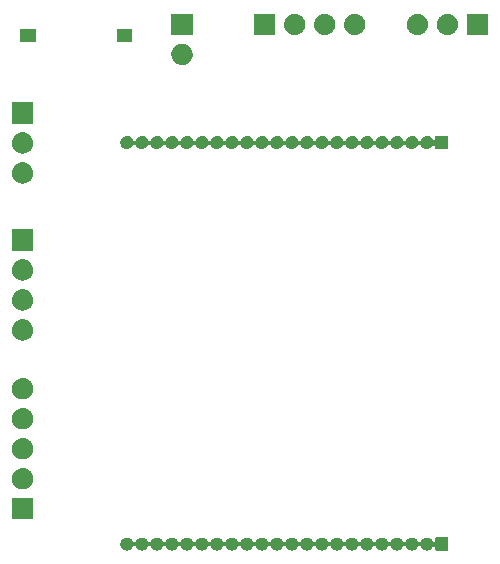
<source format=gbr>
G04 #@! TF.GenerationSoftware,KiCad,Pcbnew,5.99.0-unknown-a5c7d45~86~ubuntu18.04.1*
G04 #@! TF.CreationDate,2020-01-06T17:05:20-05:00*
G04 #@! TF.ProjectId,firmware_upgrade_extension_board,6669726d-7761-4726-955f-757067726164,rev?*
G04 #@! TF.SameCoordinates,Original*
G04 #@! TF.FileFunction,Soldermask,Top*
G04 #@! TF.FilePolarity,Negative*
%FSLAX46Y46*%
G04 Gerber Fmt 4.6, Leading zero omitted, Abs format (unit mm)*
G04 Created by KiCad (PCBNEW 5.99.0-unknown-a5c7d45~86~ubuntu18.04.1) date 2020-01-06 17:05:20*
%MOMM*%
%LPD*%
G04 APERTURE LIST*
G04 APERTURE END LIST*
G36*
X136747381Y-141446783D02*
G01*
X136770734Y-141445314D01*
X136821992Y-141456209D01*
X136865218Y-141461670D01*
X136886974Y-141470021D01*
X136918399Y-141476701D01*
X136957154Y-141496961D01*
X136989724Y-141509464D01*
X137015993Y-141527721D01*
X137052185Y-141546642D01*
X137077727Y-141570628D01*
X137099239Y-141585579D01*
X137126134Y-141616086D01*
X137162233Y-141649985D01*
X137175865Y-141672494D01*
X137187430Y-141685612D01*
X137209778Y-141728359D01*
X137258673Y-141779055D01*
X137327214Y-141795268D01*
X137393640Y-141771852D01*
X137436862Y-141716241D01*
X137445552Y-141670447D01*
X137445552Y-141512312D01*
X137451959Y-141480101D01*
X137463231Y-141463231D01*
X137480101Y-141451959D01*
X137512312Y-141445552D01*
X138487688Y-141445552D01*
X138519899Y-141451959D01*
X138536769Y-141463231D01*
X138548041Y-141480101D01*
X138554448Y-141512312D01*
X138554448Y-142487688D01*
X138551999Y-142500000D01*
X138548041Y-142519899D01*
X138536769Y-142536769D01*
X138519899Y-142548041D01*
X138500000Y-142551999D01*
X138487688Y-142554448D01*
X137512312Y-142554448D01*
X137480101Y-142548041D01*
X137463231Y-142536769D01*
X137451959Y-142519899D01*
X137445552Y-142487688D01*
X137445552Y-142329059D01*
X137425709Y-142261479D01*
X137372479Y-142215356D01*
X137302764Y-142205332D01*
X137238696Y-142234591D01*
X137215689Y-142263058D01*
X137204512Y-142280669D01*
X137180748Y-142323897D01*
X137168908Y-142336772D01*
X137154808Y-142358991D01*
X137118006Y-142392128D01*
X137090478Y-142422064D01*
X137068657Y-142436562D01*
X137042620Y-142460006D01*
X137006045Y-142478162D01*
X136979394Y-142495869D01*
X136946565Y-142507688D01*
X136907399Y-142527130D01*
X136875839Y-142533150D01*
X136853916Y-142541043D01*
X136810593Y-142545597D01*
X136759108Y-142555418D01*
X136735787Y-142553460D01*
X136721284Y-142554984D01*
X136669548Y-142547897D01*
X136608673Y-142542785D01*
X136594937Y-142537677D01*
X136589150Y-142536884D01*
X136532595Y-142514492D01*
X136467177Y-142490163D01*
X136408252Y-142447352D01*
X136356441Y-142410532D01*
X136354537Y-142408326D01*
X136345044Y-142401429D01*
X136305302Y-142351287D01*
X136269300Y-142309579D01*
X136264001Y-142299179D01*
X136251272Y-142283119D01*
X136229840Y-142232135D01*
X136206252Y-142185840D01*
X136157891Y-142134634D01*
X136089524Y-142117704D01*
X136022856Y-142140423D01*
X135984701Y-142195101D01*
X135982284Y-142193772D01*
X135970780Y-142214697D01*
X135965699Y-142231527D01*
X135934510Y-142280673D01*
X135910747Y-142323898D01*
X135898908Y-142336772D01*
X135884808Y-142358991D01*
X135848006Y-142392128D01*
X135820478Y-142422064D01*
X135798657Y-142436562D01*
X135772620Y-142460006D01*
X135736045Y-142478162D01*
X135709394Y-142495869D01*
X135676565Y-142507688D01*
X135637399Y-142527130D01*
X135605839Y-142533150D01*
X135583916Y-142541043D01*
X135540593Y-142545597D01*
X135489108Y-142555418D01*
X135465787Y-142553460D01*
X135451284Y-142554984D01*
X135399548Y-142547897D01*
X135338673Y-142542785D01*
X135324937Y-142537677D01*
X135319150Y-142536884D01*
X135262595Y-142514492D01*
X135197177Y-142490163D01*
X135138252Y-142447352D01*
X135086441Y-142410532D01*
X135084537Y-142408326D01*
X135075044Y-142401429D01*
X135035302Y-142351287D01*
X134999300Y-142309579D01*
X134994001Y-142299179D01*
X134981272Y-142283119D01*
X134959840Y-142232135D01*
X134936252Y-142185840D01*
X134887891Y-142134634D01*
X134819524Y-142117704D01*
X134752856Y-142140423D01*
X134714701Y-142195101D01*
X134712284Y-142193772D01*
X134700780Y-142214697D01*
X134695699Y-142231527D01*
X134664510Y-142280673D01*
X134640747Y-142323898D01*
X134628908Y-142336772D01*
X134614808Y-142358991D01*
X134578006Y-142392128D01*
X134550478Y-142422064D01*
X134528657Y-142436562D01*
X134502620Y-142460006D01*
X134466045Y-142478162D01*
X134439394Y-142495869D01*
X134406565Y-142507688D01*
X134367399Y-142527130D01*
X134335839Y-142533150D01*
X134313916Y-142541043D01*
X134270593Y-142545597D01*
X134219108Y-142555418D01*
X134195787Y-142553460D01*
X134181284Y-142554984D01*
X134129548Y-142547897D01*
X134068673Y-142542785D01*
X134054937Y-142537677D01*
X134049150Y-142536884D01*
X133992595Y-142514492D01*
X133927177Y-142490163D01*
X133868252Y-142447352D01*
X133816441Y-142410532D01*
X133814537Y-142408326D01*
X133805044Y-142401429D01*
X133765302Y-142351287D01*
X133729300Y-142309579D01*
X133724001Y-142299179D01*
X133711272Y-142283119D01*
X133689840Y-142232135D01*
X133666252Y-142185840D01*
X133617891Y-142134634D01*
X133549524Y-142117704D01*
X133482856Y-142140423D01*
X133444701Y-142195101D01*
X133442284Y-142193772D01*
X133430780Y-142214697D01*
X133425699Y-142231527D01*
X133394510Y-142280673D01*
X133370747Y-142323898D01*
X133358908Y-142336772D01*
X133344808Y-142358991D01*
X133308006Y-142392128D01*
X133280478Y-142422064D01*
X133258657Y-142436562D01*
X133232620Y-142460006D01*
X133196045Y-142478162D01*
X133169394Y-142495869D01*
X133136565Y-142507688D01*
X133097399Y-142527130D01*
X133065839Y-142533150D01*
X133043916Y-142541043D01*
X133000593Y-142545597D01*
X132949108Y-142555418D01*
X132925787Y-142553460D01*
X132911284Y-142554984D01*
X132859548Y-142547897D01*
X132798673Y-142542785D01*
X132784937Y-142537677D01*
X132779150Y-142536884D01*
X132722595Y-142514492D01*
X132657177Y-142490163D01*
X132598252Y-142447352D01*
X132546441Y-142410532D01*
X132544537Y-142408326D01*
X132535044Y-142401429D01*
X132495302Y-142351287D01*
X132459300Y-142309579D01*
X132454001Y-142299179D01*
X132441272Y-142283119D01*
X132419840Y-142232135D01*
X132396252Y-142185840D01*
X132347891Y-142134634D01*
X132279524Y-142117704D01*
X132212856Y-142140423D01*
X132174701Y-142195101D01*
X132172284Y-142193772D01*
X132160780Y-142214697D01*
X132155699Y-142231527D01*
X132124510Y-142280673D01*
X132100747Y-142323898D01*
X132088908Y-142336772D01*
X132074808Y-142358991D01*
X132038006Y-142392128D01*
X132010478Y-142422064D01*
X131988657Y-142436562D01*
X131962620Y-142460006D01*
X131926045Y-142478162D01*
X131899394Y-142495869D01*
X131866565Y-142507688D01*
X131827399Y-142527130D01*
X131795839Y-142533150D01*
X131773916Y-142541043D01*
X131730593Y-142545597D01*
X131679108Y-142555418D01*
X131655787Y-142553460D01*
X131641284Y-142554984D01*
X131589548Y-142547897D01*
X131528673Y-142542785D01*
X131514937Y-142537677D01*
X131509150Y-142536884D01*
X131452595Y-142514492D01*
X131387177Y-142490163D01*
X131328252Y-142447352D01*
X131276441Y-142410532D01*
X131274537Y-142408326D01*
X131265044Y-142401429D01*
X131225302Y-142351287D01*
X131189300Y-142309579D01*
X131184001Y-142299179D01*
X131171272Y-142283119D01*
X131149840Y-142232135D01*
X131126252Y-142185840D01*
X131077891Y-142134634D01*
X131009524Y-142117704D01*
X130942856Y-142140423D01*
X130904701Y-142195101D01*
X130902284Y-142193772D01*
X130890780Y-142214697D01*
X130885699Y-142231527D01*
X130854510Y-142280673D01*
X130830747Y-142323898D01*
X130818908Y-142336772D01*
X130804808Y-142358991D01*
X130768006Y-142392128D01*
X130740478Y-142422064D01*
X130718657Y-142436562D01*
X130692620Y-142460006D01*
X130656045Y-142478162D01*
X130629394Y-142495869D01*
X130596565Y-142507688D01*
X130557399Y-142527130D01*
X130525839Y-142533150D01*
X130503916Y-142541043D01*
X130460593Y-142545597D01*
X130409108Y-142555418D01*
X130385787Y-142553460D01*
X130371284Y-142554984D01*
X130319548Y-142547897D01*
X130258673Y-142542785D01*
X130244937Y-142537677D01*
X130239150Y-142536884D01*
X130182595Y-142514492D01*
X130117177Y-142490163D01*
X130058252Y-142447352D01*
X130006441Y-142410532D01*
X130004537Y-142408326D01*
X129995044Y-142401429D01*
X129955302Y-142351287D01*
X129919300Y-142309579D01*
X129914001Y-142299179D01*
X129901272Y-142283119D01*
X129879840Y-142232135D01*
X129856252Y-142185840D01*
X129807891Y-142134634D01*
X129739524Y-142117704D01*
X129672856Y-142140423D01*
X129634701Y-142195101D01*
X129632284Y-142193772D01*
X129620780Y-142214697D01*
X129615699Y-142231527D01*
X129584510Y-142280673D01*
X129560747Y-142323898D01*
X129548908Y-142336772D01*
X129534808Y-142358991D01*
X129498006Y-142392128D01*
X129470478Y-142422064D01*
X129448657Y-142436562D01*
X129422620Y-142460006D01*
X129386045Y-142478162D01*
X129359394Y-142495869D01*
X129326565Y-142507688D01*
X129287399Y-142527130D01*
X129255839Y-142533150D01*
X129233916Y-142541043D01*
X129190593Y-142545597D01*
X129139108Y-142555418D01*
X129115787Y-142553460D01*
X129101284Y-142554984D01*
X129049548Y-142547897D01*
X128988673Y-142542785D01*
X128974937Y-142537677D01*
X128969150Y-142536884D01*
X128912595Y-142514492D01*
X128847177Y-142490163D01*
X128788252Y-142447352D01*
X128736441Y-142410532D01*
X128734537Y-142408326D01*
X128725044Y-142401429D01*
X128685302Y-142351287D01*
X128649300Y-142309579D01*
X128644001Y-142299179D01*
X128631272Y-142283119D01*
X128609840Y-142232135D01*
X128586252Y-142185840D01*
X128537891Y-142134634D01*
X128469524Y-142117704D01*
X128402856Y-142140423D01*
X128364701Y-142195101D01*
X128362284Y-142193772D01*
X128350780Y-142214697D01*
X128345699Y-142231527D01*
X128314510Y-142280673D01*
X128290747Y-142323898D01*
X128278908Y-142336772D01*
X128264808Y-142358991D01*
X128228006Y-142392128D01*
X128200478Y-142422064D01*
X128178657Y-142436562D01*
X128152620Y-142460006D01*
X128116045Y-142478162D01*
X128089394Y-142495869D01*
X128056565Y-142507688D01*
X128017399Y-142527130D01*
X127985839Y-142533150D01*
X127963916Y-142541043D01*
X127920593Y-142545597D01*
X127869108Y-142555418D01*
X127845787Y-142553460D01*
X127831284Y-142554984D01*
X127779548Y-142547897D01*
X127718673Y-142542785D01*
X127704937Y-142537677D01*
X127699150Y-142536884D01*
X127642595Y-142514492D01*
X127577177Y-142490163D01*
X127518252Y-142447352D01*
X127466441Y-142410532D01*
X127464537Y-142408326D01*
X127455044Y-142401429D01*
X127415302Y-142351287D01*
X127379300Y-142309579D01*
X127374001Y-142299179D01*
X127361272Y-142283119D01*
X127339840Y-142232135D01*
X127316252Y-142185840D01*
X127267891Y-142134634D01*
X127199524Y-142117704D01*
X127132856Y-142140423D01*
X127094701Y-142195101D01*
X127092284Y-142193772D01*
X127080780Y-142214697D01*
X127075699Y-142231527D01*
X127044510Y-142280673D01*
X127020747Y-142323898D01*
X127008908Y-142336772D01*
X126994808Y-142358991D01*
X126958006Y-142392128D01*
X126930478Y-142422064D01*
X126908657Y-142436562D01*
X126882620Y-142460006D01*
X126846045Y-142478162D01*
X126819394Y-142495869D01*
X126786565Y-142507688D01*
X126747399Y-142527130D01*
X126715839Y-142533150D01*
X126693916Y-142541043D01*
X126650593Y-142545597D01*
X126599108Y-142555418D01*
X126575787Y-142553460D01*
X126561284Y-142554984D01*
X126509548Y-142547897D01*
X126448673Y-142542785D01*
X126434937Y-142537677D01*
X126429150Y-142536884D01*
X126372595Y-142514492D01*
X126307177Y-142490163D01*
X126248252Y-142447352D01*
X126196441Y-142410532D01*
X126194537Y-142408326D01*
X126185044Y-142401429D01*
X126145302Y-142351287D01*
X126109300Y-142309579D01*
X126104001Y-142299179D01*
X126091272Y-142283119D01*
X126069840Y-142232135D01*
X126046252Y-142185840D01*
X125997891Y-142134634D01*
X125929524Y-142117704D01*
X125862856Y-142140423D01*
X125824701Y-142195101D01*
X125822284Y-142193772D01*
X125810780Y-142214697D01*
X125805699Y-142231527D01*
X125774510Y-142280673D01*
X125750747Y-142323898D01*
X125738908Y-142336772D01*
X125724808Y-142358991D01*
X125688006Y-142392128D01*
X125660478Y-142422064D01*
X125638657Y-142436562D01*
X125612620Y-142460006D01*
X125576045Y-142478162D01*
X125549394Y-142495869D01*
X125516565Y-142507688D01*
X125477399Y-142527130D01*
X125445839Y-142533150D01*
X125423916Y-142541043D01*
X125380593Y-142545597D01*
X125329108Y-142555418D01*
X125305787Y-142553460D01*
X125291284Y-142554984D01*
X125239548Y-142547897D01*
X125178673Y-142542785D01*
X125164937Y-142537677D01*
X125159150Y-142536884D01*
X125102595Y-142514492D01*
X125037177Y-142490163D01*
X124978252Y-142447352D01*
X124926441Y-142410532D01*
X124924537Y-142408326D01*
X124915044Y-142401429D01*
X124875302Y-142351287D01*
X124839300Y-142309579D01*
X124834001Y-142299179D01*
X124821272Y-142283119D01*
X124799840Y-142232135D01*
X124776252Y-142185840D01*
X124727891Y-142134634D01*
X124659524Y-142117704D01*
X124592856Y-142140423D01*
X124554701Y-142195101D01*
X124552284Y-142193772D01*
X124540780Y-142214697D01*
X124535699Y-142231527D01*
X124504510Y-142280673D01*
X124480747Y-142323898D01*
X124468908Y-142336772D01*
X124454808Y-142358991D01*
X124418006Y-142392128D01*
X124390478Y-142422064D01*
X124368657Y-142436562D01*
X124342620Y-142460006D01*
X124306045Y-142478162D01*
X124279394Y-142495869D01*
X124246565Y-142507688D01*
X124207399Y-142527130D01*
X124175839Y-142533150D01*
X124153916Y-142541043D01*
X124110593Y-142545597D01*
X124059108Y-142555418D01*
X124035787Y-142553460D01*
X124021284Y-142554984D01*
X123969548Y-142547897D01*
X123908673Y-142542785D01*
X123894937Y-142537677D01*
X123889150Y-142536884D01*
X123832595Y-142514492D01*
X123767177Y-142490163D01*
X123708252Y-142447352D01*
X123656441Y-142410532D01*
X123654537Y-142408326D01*
X123645044Y-142401429D01*
X123605302Y-142351287D01*
X123569300Y-142309579D01*
X123564001Y-142299179D01*
X123551272Y-142283119D01*
X123529840Y-142232135D01*
X123506252Y-142185840D01*
X123457891Y-142134634D01*
X123389524Y-142117704D01*
X123322856Y-142140423D01*
X123284701Y-142195101D01*
X123282284Y-142193772D01*
X123270780Y-142214697D01*
X123265699Y-142231527D01*
X123234510Y-142280673D01*
X123210747Y-142323898D01*
X123198908Y-142336772D01*
X123184808Y-142358991D01*
X123148006Y-142392128D01*
X123120478Y-142422064D01*
X123098657Y-142436562D01*
X123072620Y-142460006D01*
X123036045Y-142478162D01*
X123009394Y-142495869D01*
X122976565Y-142507688D01*
X122937399Y-142527130D01*
X122905839Y-142533150D01*
X122883916Y-142541043D01*
X122840593Y-142545597D01*
X122789108Y-142555418D01*
X122765787Y-142553460D01*
X122751284Y-142554984D01*
X122699548Y-142547897D01*
X122638673Y-142542785D01*
X122624937Y-142537677D01*
X122619150Y-142536884D01*
X122562595Y-142514492D01*
X122497177Y-142490163D01*
X122438252Y-142447352D01*
X122386441Y-142410532D01*
X122384537Y-142408326D01*
X122375044Y-142401429D01*
X122335302Y-142351287D01*
X122299300Y-142309579D01*
X122294001Y-142299179D01*
X122281272Y-142283119D01*
X122259840Y-142232135D01*
X122236252Y-142185840D01*
X122187891Y-142134634D01*
X122119524Y-142117704D01*
X122052856Y-142140423D01*
X122014701Y-142195101D01*
X122012284Y-142193772D01*
X122000780Y-142214697D01*
X121995699Y-142231527D01*
X121964510Y-142280673D01*
X121940747Y-142323898D01*
X121928908Y-142336772D01*
X121914808Y-142358991D01*
X121878006Y-142392128D01*
X121850478Y-142422064D01*
X121828657Y-142436562D01*
X121802620Y-142460006D01*
X121766045Y-142478162D01*
X121739394Y-142495869D01*
X121706565Y-142507688D01*
X121667399Y-142527130D01*
X121635839Y-142533150D01*
X121613916Y-142541043D01*
X121570593Y-142545597D01*
X121519108Y-142555418D01*
X121495787Y-142553460D01*
X121481284Y-142554984D01*
X121429548Y-142547897D01*
X121368673Y-142542785D01*
X121354937Y-142537677D01*
X121349150Y-142536884D01*
X121292595Y-142514492D01*
X121227177Y-142490163D01*
X121168252Y-142447352D01*
X121116441Y-142410532D01*
X121114537Y-142408326D01*
X121105044Y-142401429D01*
X121065302Y-142351287D01*
X121029300Y-142309579D01*
X121024001Y-142299179D01*
X121011272Y-142283119D01*
X120989840Y-142232135D01*
X120966252Y-142185840D01*
X120917891Y-142134634D01*
X120849524Y-142117704D01*
X120782856Y-142140423D01*
X120744701Y-142195101D01*
X120742284Y-142193772D01*
X120730780Y-142214697D01*
X120725699Y-142231527D01*
X120694510Y-142280673D01*
X120670747Y-142323898D01*
X120658908Y-142336772D01*
X120644808Y-142358991D01*
X120608006Y-142392128D01*
X120580478Y-142422064D01*
X120558657Y-142436562D01*
X120532620Y-142460006D01*
X120496045Y-142478162D01*
X120469394Y-142495869D01*
X120436565Y-142507688D01*
X120397399Y-142527130D01*
X120365839Y-142533150D01*
X120343916Y-142541043D01*
X120300593Y-142545597D01*
X120249108Y-142555418D01*
X120225787Y-142553460D01*
X120211284Y-142554984D01*
X120159548Y-142547897D01*
X120098673Y-142542785D01*
X120084937Y-142537677D01*
X120079150Y-142536884D01*
X120022595Y-142514492D01*
X119957177Y-142490163D01*
X119898252Y-142447352D01*
X119846441Y-142410532D01*
X119844537Y-142408326D01*
X119835044Y-142401429D01*
X119795302Y-142351287D01*
X119759300Y-142309579D01*
X119754001Y-142299179D01*
X119741272Y-142283119D01*
X119719840Y-142232135D01*
X119696252Y-142185840D01*
X119647891Y-142134634D01*
X119579524Y-142117704D01*
X119512856Y-142140423D01*
X119474701Y-142195101D01*
X119472284Y-142193772D01*
X119460780Y-142214697D01*
X119455699Y-142231527D01*
X119424510Y-142280673D01*
X119400747Y-142323898D01*
X119388908Y-142336772D01*
X119374808Y-142358991D01*
X119338006Y-142392128D01*
X119310478Y-142422064D01*
X119288657Y-142436562D01*
X119262620Y-142460006D01*
X119226045Y-142478162D01*
X119199394Y-142495869D01*
X119166565Y-142507688D01*
X119127399Y-142527130D01*
X119095839Y-142533150D01*
X119073916Y-142541043D01*
X119030593Y-142545597D01*
X118979108Y-142555418D01*
X118955787Y-142553460D01*
X118941284Y-142554984D01*
X118889548Y-142547897D01*
X118828673Y-142542785D01*
X118814937Y-142537677D01*
X118809150Y-142536884D01*
X118752595Y-142514492D01*
X118687177Y-142490163D01*
X118628252Y-142447352D01*
X118576441Y-142410532D01*
X118574537Y-142408326D01*
X118565044Y-142401429D01*
X118525302Y-142351287D01*
X118489300Y-142309579D01*
X118484001Y-142299179D01*
X118471272Y-142283119D01*
X118449840Y-142232135D01*
X118426252Y-142185840D01*
X118377891Y-142134634D01*
X118309524Y-142117704D01*
X118242856Y-142140423D01*
X118204701Y-142195101D01*
X118202284Y-142193772D01*
X118190780Y-142214697D01*
X118185699Y-142231527D01*
X118154510Y-142280673D01*
X118130747Y-142323898D01*
X118118908Y-142336772D01*
X118104808Y-142358991D01*
X118068006Y-142392128D01*
X118040478Y-142422064D01*
X118018657Y-142436562D01*
X117992620Y-142460006D01*
X117956045Y-142478162D01*
X117929394Y-142495869D01*
X117896565Y-142507688D01*
X117857399Y-142527130D01*
X117825839Y-142533150D01*
X117803916Y-142541043D01*
X117760593Y-142545597D01*
X117709108Y-142555418D01*
X117685787Y-142553460D01*
X117671284Y-142554984D01*
X117619548Y-142547897D01*
X117558673Y-142542785D01*
X117544937Y-142537677D01*
X117539150Y-142536884D01*
X117482595Y-142514492D01*
X117417177Y-142490163D01*
X117358252Y-142447352D01*
X117306441Y-142410532D01*
X117304537Y-142408326D01*
X117295044Y-142401429D01*
X117255302Y-142351287D01*
X117219300Y-142309579D01*
X117214001Y-142299179D01*
X117201272Y-142283119D01*
X117179840Y-142232135D01*
X117156252Y-142185840D01*
X117107891Y-142134634D01*
X117039524Y-142117704D01*
X116972856Y-142140423D01*
X116934701Y-142195101D01*
X116932284Y-142193772D01*
X116920780Y-142214697D01*
X116915699Y-142231527D01*
X116884510Y-142280673D01*
X116860747Y-142323898D01*
X116848908Y-142336772D01*
X116834808Y-142358991D01*
X116798006Y-142392128D01*
X116770478Y-142422064D01*
X116748657Y-142436562D01*
X116722620Y-142460006D01*
X116686045Y-142478162D01*
X116659394Y-142495869D01*
X116626565Y-142507688D01*
X116587399Y-142527130D01*
X116555839Y-142533150D01*
X116533916Y-142541043D01*
X116490593Y-142545597D01*
X116439108Y-142555418D01*
X116415787Y-142553460D01*
X116401284Y-142554984D01*
X116349548Y-142547897D01*
X116288673Y-142542785D01*
X116274937Y-142537677D01*
X116269150Y-142536884D01*
X116212595Y-142514492D01*
X116147177Y-142490163D01*
X116088252Y-142447352D01*
X116036441Y-142410532D01*
X116034537Y-142408326D01*
X116025044Y-142401429D01*
X115985302Y-142351287D01*
X115949300Y-142309579D01*
X115944001Y-142299179D01*
X115931272Y-142283119D01*
X115909840Y-142232135D01*
X115886252Y-142185840D01*
X115837891Y-142134634D01*
X115769524Y-142117704D01*
X115702856Y-142140423D01*
X115664701Y-142195101D01*
X115662284Y-142193772D01*
X115650780Y-142214697D01*
X115645699Y-142231527D01*
X115614510Y-142280673D01*
X115590747Y-142323898D01*
X115578908Y-142336772D01*
X115564808Y-142358991D01*
X115528006Y-142392128D01*
X115500478Y-142422064D01*
X115478657Y-142436562D01*
X115452620Y-142460006D01*
X115416045Y-142478162D01*
X115389394Y-142495869D01*
X115356565Y-142507688D01*
X115317399Y-142527130D01*
X115285839Y-142533150D01*
X115263916Y-142541043D01*
X115220593Y-142545597D01*
X115169108Y-142555418D01*
X115145787Y-142553460D01*
X115131284Y-142554984D01*
X115079548Y-142547897D01*
X115018673Y-142542785D01*
X115004937Y-142537677D01*
X114999150Y-142536884D01*
X114942595Y-142514492D01*
X114877177Y-142490163D01*
X114818252Y-142447352D01*
X114766441Y-142410532D01*
X114764537Y-142408326D01*
X114755044Y-142401429D01*
X114715302Y-142351287D01*
X114679300Y-142309579D01*
X114674001Y-142299179D01*
X114661272Y-142283119D01*
X114639840Y-142232135D01*
X114616252Y-142185840D01*
X114567891Y-142134634D01*
X114499524Y-142117704D01*
X114432856Y-142140423D01*
X114394701Y-142195101D01*
X114392284Y-142193772D01*
X114380780Y-142214697D01*
X114375699Y-142231527D01*
X114344510Y-142280673D01*
X114320747Y-142323898D01*
X114308908Y-142336772D01*
X114294808Y-142358991D01*
X114258006Y-142392128D01*
X114230478Y-142422064D01*
X114208657Y-142436562D01*
X114182620Y-142460006D01*
X114146045Y-142478162D01*
X114119394Y-142495869D01*
X114086565Y-142507688D01*
X114047399Y-142527130D01*
X114015839Y-142533150D01*
X113993916Y-142541043D01*
X113950593Y-142545597D01*
X113899108Y-142555418D01*
X113875787Y-142553460D01*
X113861284Y-142554984D01*
X113809548Y-142547897D01*
X113748673Y-142542785D01*
X113734937Y-142537677D01*
X113729150Y-142536884D01*
X113672595Y-142514492D01*
X113607177Y-142490163D01*
X113548252Y-142447352D01*
X113496441Y-142410532D01*
X113494537Y-142408326D01*
X113485044Y-142401429D01*
X113445302Y-142351287D01*
X113409300Y-142309579D01*
X113404001Y-142299179D01*
X113391272Y-142283119D01*
X113369840Y-142232135D01*
X113346252Y-142185840D01*
X113297891Y-142134634D01*
X113229524Y-142117704D01*
X113162856Y-142140423D01*
X113124701Y-142195101D01*
X113122284Y-142193772D01*
X113110780Y-142214697D01*
X113105699Y-142231527D01*
X113074510Y-142280673D01*
X113050747Y-142323898D01*
X113038908Y-142336772D01*
X113024808Y-142358991D01*
X112988006Y-142392128D01*
X112960478Y-142422064D01*
X112938657Y-142436562D01*
X112912620Y-142460006D01*
X112876045Y-142478162D01*
X112849394Y-142495869D01*
X112816565Y-142507688D01*
X112777399Y-142527130D01*
X112745839Y-142533150D01*
X112723916Y-142541043D01*
X112680593Y-142545597D01*
X112629108Y-142555418D01*
X112605787Y-142553460D01*
X112591284Y-142554984D01*
X112539548Y-142547897D01*
X112478673Y-142542785D01*
X112464937Y-142537677D01*
X112459150Y-142536884D01*
X112402595Y-142514492D01*
X112337177Y-142490163D01*
X112278252Y-142447352D01*
X112226441Y-142410532D01*
X112224537Y-142408326D01*
X112215044Y-142401429D01*
X112175302Y-142351287D01*
X112139300Y-142309579D01*
X112134001Y-142299179D01*
X112121272Y-142283119D01*
X112099840Y-142232135D01*
X112076252Y-142185840D01*
X112027891Y-142134634D01*
X111959524Y-142117704D01*
X111892856Y-142140423D01*
X111854701Y-142195101D01*
X111852284Y-142193772D01*
X111840780Y-142214697D01*
X111835699Y-142231527D01*
X111804510Y-142280673D01*
X111780747Y-142323898D01*
X111768908Y-142336772D01*
X111754808Y-142358991D01*
X111718006Y-142392128D01*
X111690478Y-142422064D01*
X111668657Y-142436562D01*
X111642620Y-142460006D01*
X111606045Y-142478162D01*
X111579394Y-142495869D01*
X111546565Y-142507688D01*
X111507399Y-142527130D01*
X111475839Y-142533150D01*
X111453916Y-142541043D01*
X111410593Y-142545597D01*
X111359108Y-142555418D01*
X111335787Y-142553460D01*
X111321284Y-142554984D01*
X111269548Y-142547897D01*
X111208673Y-142542785D01*
X111194937Y-142537677D01*
X111189150Y-142536884D01*
X111132595Y-142514492D01*
X111067177Y-142490163D01*
X111008252Y-142447352D01*
X110956441Y-142410532D01*
X110954537Y-142408326D01*
X110945044Y-142401429D01*
X110905302Y-142351287D01*
X110869300Y-142309579D01*
X110864001Y-142299179D01*
X110851272Y-142283119D01*
X110829838Y-142232129D01*
X110808754Y-142190749D01*
X110804096Y-142170892D01*
X110792771Y-142143950D01*
X110786928Y-142097696D01*
X110778299Y-142060909D01*
X110778604Y-142031808D01*
X110773850Y-141994176D01*
X110779392Y-141956647D01*
X110779697Y-141927552D01*
X110789092Y-141890961D01*
X110795904Y-141844831D01*
X110807791Y-141818132D01*
X110812864Y-141798375D01*
X110834815Y-141757436D01*
X110857307Y-141706918D01*
X110870366Y-141691132D01*
X110875883Y-141680843D01*
X110912753Y-141639895D01*
X110953535Y-141590598D01*
X110963171Y-141583901D01*
X110965122Y-141581734D01*
X111017700Y-141546002D01*
X111077500Y-141504440D01*
X111143435Y-141481479D01*
X111200424Y-141460285D01*
X111206223Y-141459614D01*
X111220067Y-141454793D01*
X111281037Y-141450957D01*
X111332909Y-141444955D01*
X111347381Y-141446783D01*
X111370734Y-141445314D01*
X111421992Y-141456209D01*
X111465218Y-141461670D01*
X111486974Y-141470021D01*
X111518399Y-141476701D01*
X111557154Y-141496961D01*
X111589724Y-141509464D01*
X111615993Y-141527721D01*
X111652185Y-141546642D01*
X111677727Y-141570628D01*
X111699239Y-141585579D01*
X111726135Y-141616086D01*
X111762233Y-141649985D01*
X111775865Y-141672493D01*
X111787433Y-141685615D01*
X111810288Y-141729333D01*
X111840437Y-141779114D01*
X111845164Y-141796043D01*
X111854110Y-141813156D01*
X111903004Y-141863852D01*
X111971545Y-141880065D01*
X112037971Y-141856649D01*
X112070536Y-141808930D01*
X112075715Y-141811707D01*
X112104816Y-141757433D01*
X112127307Y-141706918D01*
X112140366Y-141691132D01*
X112145883Y-141680843D01*
X112182753Y-141639895D01*
X112223535Y-141590598D01*
X112233171Y-141583901D01*
X112235122Y-141581734D01*
X112287700Y-141546002D01*
X112347500Y-141504440D01*
X112413435Y-141481479D01*
X112470424Y-141460285D01*
X112476223Y-141459614D01*
X112490067Y-141454793D01*
X112551037Y-141450957D01*
X112602909Y-141444955D01*
X112617381Y-141446783D01*
X112640734Y-141445314D01*
X112691992Y-141456209D01*
X112735218Y-141461670D01*
X112756974Y-141470021D01*
X112788399Y-141476701D01*
X112827154Y-141496961D01*
X112859724Y-141509464D01*
X112885993Y-141527721D01*
X112922185Y-141546642D01*
X112947727Y-141570628D01*
X112969239Y-141585579D01*
X112996135Y-141616086D01*
X113032233Y-141649985D01*
X113045865Y-141672493D01*
X113057433Y-141685615D01*
X113080288Y-141729333D01*
X113110437Y-141779114D01*
X113115164Y-141796043D01*
X113124110Y-141813156D01*
X113173004Y-141863852D01*
X113241545Y-141880065D01*
X113307971Y-141856649D01*
X113340536Y-141808930D01*
X113345715Y-141811707D01*
X113374816Y-141757433D01*
X113397307Y-141706918D01*
X113410366Y-141691132D01*
X113415883Y-141680843D01*
X113452753Y-141639895D01*
X113493535Y-141590598D01*
X113503171Y-141583901D01*
X113505122Y-141581734D01*
X113557700Y-141546002D01*
X113617500Y-141504440D01*
X113683435Y-141481479D01*
X113740424Y-141460285D01*
X113746223Y-141459614D01*
X113760067Y-141454793D01*
X113821037Y-141450957D01*
X113872909Y-141444955D01*
X113887381Y-141446783D01*
X113910734Y-141445314D01*
X113961992Y-141456209D01*
X114005218Y-141461670D01*
X114026974Y-141470021D01*
X114058399Y-141476701D01*
X114097154Y-141496961D01*
X114129724Y-141509464D01*
X114155993Y-141527721D01*
X114192185Y-141546642D01*
X114217727Y-141570628D01*
X114239239Y-141585579D01*
X114266135Y-141616086D01*
X114302233Y-141649985D01*
X114315865Y-141672493D01*
X114327433Y-141685615D01*
X114350288Y-141729333D01*
X114380437Y-141779114D01*
X114385164Y-141796043D01*
X114394110Y-141813156D01*
X114443004Y-141863852D01*
X114511545Y-141880065D01*
X114577971Y-141856649D01*
X114610536Y-141808930D01*
X114615715Y-141811707D01*
X114644816Y-141757433D01*
X114667307Y-141706918D01*
X114680366Y-141691132D01*
X114685883Y-141680843D01*
X114722753Y-141639895D01*
X114763535Y-141590598D01*
X114773171Y-141583901D01*
X114775122Y-141581734D01*
X114827700Y-141546002D01*
X114887500Y-141504440D01*
X114953435Y-141481479D01*
X115010424Y-141460285D01*
X115016223Y-141459614D01*
X115030067Y-141454793D01*
X115091037Y-141450957D01*
X115142909Y-141444955D01*
X115157381Y-141446783D01*
X115180734Y-141445314D01*
X115231992Y-141456209D01*
X115275218Y-141461670D01*
X115296974Y-141470021D01*
X115328399Y-141476701D01*
X115367154Y-141496961D01*
X115399724Y-141509464D01*
X115425993Y-141527721D01*
X115462185Y-141546642D01*
X115487727Y-141570628D01*
X115509239Y-141585579D01*
X115536135Y-141616086D01*
X115572233Y-141649985D01*
X115585865Y-141672493D01*
X115597433Y-141685615D01*
X115620288Y-141729333D01*
X115650437Y-141779114D01*
X115655164Y-141796043D01*
X115664110Y-141813156D01*
X115713004Y-141863852D01*
X115781545Y-141880065D01*
X115847971Y-141856649D01*
X115880536Y-141808930D01*
X115885715Y-141811707D01*
X115914816Y-141757433D01*
X115937307Y-141706918D01*
X115950366Y-141691132D01*
X115955883Y-141680843D01*
X115992753Y-141639895D01*
X116033535Y-141590598D01*
X116043171Y-141583901D01*
X116045122Y-141581734D01*
X116097700Y-141546002D01*
X116157500Y-141504440D01*
X116223435Y-141481479D01*
X116280424Y-141460285D01*
X116286223Y-141459614D01*
X116300067Y-141454793D01*
X116361037Y-141450957D01*
X116412909Y-141444955D01*
X116427381Y-141446783D01*
X116450734Y-141445314D01*
X116501992Y-141456209D01*
X116545218Y-141461670D01*
X116566974Y-141470021D01*
X116598399Y-141476701D01*
X116637154Y-141496961D01*
X116669724Y-141509464D01*
X116695993Y-141527721D01*
X116732185Y-141546642D01*
X116757727Y-141570628D01*
X116779239Y-141585579D01*
X116806135Y-141616086D01*
X116842233Y-141649985D01*
X116855865Y-141672493D01*
X116867433Y-141685615D01*
X116890288Y-141729333D01*
X116920437Y-141779114D01*
X116925164Y-141796043D01*
X116934110Y-141813156D01*
X116983004Y-141863852D01*
X117051545Y-141880065D01*
X117117971Y-141856649D01*
X117150536Y-141808930D01*
X117155715Y-141811707D01*
X117184816Y-141757433D01*
X117207307Y-141706918D01*
X117220366Y-141691132D01*
X117225883Y-141680843D01*
X117262753Y-141639895D01*
X117303535Y-141590598D01*
X117313171Y-141583901D01*
X117315122Y-141581734D01*
X117367700Y-141546002D01*
X117427500Y-141504440D01*
X117493435Y-141481479D01*
X117550424Y-141460285D01*
X117556223Y-141459614D01*
X117570067Y-141454793D01*
X117631037Y-141450957D01*
X117682909Y-141444955D01*
X117697381Y-141446783D01*
X117720734Y-141445314D01*
X117771992Y-141456209D01*
X117815218Y-141461670D01*
X117836974Y-141470021D01*
X117868399Y-141476701D01*
X117907154Y-141496961D01*
X117939724Y-141509464D01*
X117965993Y-141527721D01*
X118002185Y-141546642D01*
X118027727Y-141570628D01*
X118049239Y-141585579D01*
X118076135Y-141616086D01*
X118112233Y-141649985D01*
X118125865Y-141672493D01*
X118137433Y-141685615D01*
X118160288Y-141729333D01*
X118190437Y-141779114D01*
X118195164Y-141796043D01*
X118204110Y-141813156D01*
X118253004Y-141863852D01*
X118321545Y-141880065D01*
X118387971Y-141856649D01*
X118420536Y-141808930D01*
X118425715Y-141811707D01*
X118454816Y-141757433D01*
X118477307Y-141706918D01*
X118490366Y-141691132D01*
X118495883Y-141680843D01*
X118532753Y-141639895D01*
X118573535Y-141590598D01*
X118583171Y-141583901D01*
X118585122Y-141581734D01*
X118637700Y-141546002D01*
X118697500Y-141504440D01*
X118763435Y-141481479D01*
X118820424Y-141460285D01*
X118826223Y-141459614D01*
X118840067Y-141454793D01*
X118901037Y-141450957D01*
X118952909Y-141444955D01*
X118967381Y-141446783D01*
X118990734Y-141445314D01*
X119041992Y-141456209D01*
X119085218Y-141461670D01*
X119106974Y-141470021D01*
X119138399Y-141476701D01*
X119177154Y-141496961D01*
X119209724Y-141509464D01*
X119235993Y-141527721D01*
X119272185Y-141546642D01*
X119297727Y-141570628D01*
X119319239Y-141585579D01*
X119346135Y-141616086D01*
X119382233Y-141649985D01*
X119395865Y-141672493D01*
X119407433Y-141685615D01*
X119430288Y-141729333D01*
X119460437Y-141779114D01*
X119465164Y-141796043D01*
X119474110Y-141813156D01*
X119523004Y-141863852D01*
X119591545Y-141880065D01*
X119657971Y-141856649D01*
X119690536Y-141808930D01*
X119695715Y-141811707D01*
X119724816Y-141757433D01*
X119747307Y-141706918D01*
X119760366Y-141691132D01*
X119765883Y-141680843D01*
X119802753Y-141639895D01*
X119843535Y-141590598D01*
X119853171Y-141583901D01*
X119855122Y-141581734D01*
X119907700Y-141546002D01*
X119967500Y-141504440D01*
X120033435Y-141481479D01*
X120090424Y-141460285D01*
X120096223Y-141459614D01*
X120110067Y-141454793D01*
X120171037Y-141450957D01*
X120222909Y-141444955D01*
X120237381Y-141446783D01*
X120260734Y-141445314D01*
X120311992Y-141456209D01*
X120355218Y-141461670D01*
X120376974Y-141470021D01*
X120408399Y-141476701D01*
X120447154Y-141496961D01*
X120479724Y-141509464D01*
X120505993Y-141527721D01*
X120542185Y-141546642D01*
X120567727Y-141570628D01*
X120589239Y-141585579D01*
X120616135Y-141616086D01*
X120652233Y-141649985D01*
X120665865Y-141672493D01*
X120677433Y-141685615D01*
X120700288Y-141729333D01*
X120730437Y-141779114D01*
X120735164Y-141796043D01*
X120744110Y-141813156D01*
X120793004Y-141863852D01*
X120861545Y-141880065D01*
X120927971Y-141856649D01*
X120960536Y-141808930D01*
X120965715Y-141811707D01*
X120994816Y-141757433D01*
X121017307Y-141706918D01*
X121030366Y-141691132D01*
X121035883Y-141680843D01*
X121072753Y-141639895D01*
X121113535Y-141590598D01*
X121123171Y-141583901D01*
X121125122Y-141581734D01*
X121177700Y-141546002D01*
X121237500Y-141504440D01*
X121303435Y-141481479D01*
X121360424Y-141460285D01*
X121366223Y-141459614D01*
X121380067Y-141454793D01*
X121441037Y-141450957D01*
X121492909Y-141444955D01*
X121507381Y-141446783D01*
X121530734Y-141445314D01*
X121581992Y-141456209D01*
X121625218Y-141461670D01*
X121646974Y-141470021D01*
X121678399Y-141476701D01*
X121717154Y-141496961D01*
X121749724Y-141509464D01*
X121775993Y-141527721D01*
X121812185Y-141546642D01*
X121837727Y-141570628D01*
X121859239Y-141585579D01*
X121886135Y-141616086D01*
X121922233Y-141649985D01*
X121935865Y-141672493D01*
X121947433Y-141685615D01*
X121970288Y-141729333D01*
X122000437Y-141779114D01*
X122005164Y-141796043D01*
X122014110Y-141813156D01*
X122063004Y-141863852D01*
X122131545Y-141880065D01*
X122197971Y-141856649D01*
X122230536Y-141808930D01*
X122235715Y-141811707D01*
X122264816Y-141757433D01*
X122287307Y-141706918D01*
X122300366Y-141691132D01*
X122305883Y-141680843D01*
X122342753Y-141639895D01*
X122383535Y-141590598D01*
X122393171Y-141583901D01*
X122395122Y-141581734D01*
X122447700Y-141546002D01*
X122507500Y-141504440D01*
X122573435Y-141481479D01*
X122630424Y-141460285D01*
X122636223Y-141459614D01*
X122650067Y-141454793D01*
X122711037Y-141450957D01*
X122762909Y-141444955D01*
X122777381Y-141446783D01*
X122800734Y-141445314D01*
X122851992Y-141456209D01*
X122895218Y-141461670D01*
X122916974Y-141470021D01*
X122948399Y-141476701D01*
X122987154Y-141496961D01*
X123019724Y-141509464D01*
X123045993Y-141527721D01*
X123082185Y-141546642D01*
X123107727Y-141570628D01*
X123129239Y-141585579D01*
X123156135Y-141616086D01*
X123192233Y-141649985D01*
X123205865Y-141672493D01*
X123217433Y-141685615D01*
X123240288Y-141729333D01*
X123270437Y-141779114D01*
X123275164Y-141796043D01*
X123284110Y-141813156D01*
X123333004Y-141863852D01*
X123401545Y-141880065D01*
X123467971Y-141856649D01*
X123500536Y-141808930D01*
X123505715Y-141811707D01*
X123534816Y-141757433D01*
X123557307Y-141706918D01*
X123570366Y-141691132D01*
X123575883Y-141680843D01*
X123612753Y-141639895D01*
X123653535Y-141590598D01*
X123663171Y-141583901D01*
X123665122Y-141581734D01*
X123717700Y-141546002D01*
X123777500Y-141504440D01*
X123843435Y-141481479D01*
X123900424Y-141460285D01*
X123906223Y-141459614D01*
X123920067Y-141454793D01*
X123981037Y-141450957D01*
X124032909Y-141444955D01*
X124047381Y-141446783D01*
X124070734Y-141445314D01*
X124121992Y-141456209D01*
X124165218Y-141461670D01*
X124186974Y-141470021D01*
X124218399Y-141476701D01*
X124257154Y-141496961D01*
X124289724Y-141509464D01*
X124315993Y-141527721D01*
X124352185Y-141546642D01*
X124377727Y-141570628D01*
X124399239Y-141585579D01*
X124426135Y-141616086D01*
X124462233Y-141649985D01*
X124475865Y-141672493D01*
X124487433Y-141685615D01*
X124510288Y-141729333D01*
X124540437Y-141779114D01*
X124545164Y-141796043D01*
X124554110Y-141813156D01*
X124603004Y-141863852D01*
X124671545Y-141880065D01*
X124737971Y-141856649D01*
X124770536Y-141808930D01*
X124775715Y-141811707D01*
X124804816Y-141757433D01*
X124827307Y-141706918D01*
X124840366Y-141691132D01*
X124845883Y-141680843D01*
X124882753Y-141639895D01*
X124923535Y-141590598D01*
X124933171Y-141583901D01*
X124935122Y-141581734D01*
X124987700Y-141546002D01*
X125047500Y-141504440D01*
X125113435Y-141481479D01*
X125170424Y-141460285D01*
X125176223Y-141459614D01*
X125190067Y-141454793D01*
X125251037Y-141450957D01*
X125302909Y-141444955D01*
X125317381Y-141446783D01*
X125340734Y-141445314D01*
X125391992Y-141456209D01*
X125435218Y-141461670D01*
X125456974Y-141470021D01*
X125488399Y-141476701D01*
X125527154Y-141496961D01*
X125559724Y-141509464D01*
X125585993Y-141527721D01*
X125622185Y-141546642D01*
X125647727Y-141570628D01*
X125669239Y-141585579D01*
X125696135Y-141616086D01*
X125732233Y-141649985D01*
X125745865Y-141672493D01*
X125757433Y-141685615D01*
X125780288Y-141729333D01*
X125810437Y-141779114D01*
X125815164Y-141796043D01*
X125824110Y-141813156D01*
X125873004Y-141863852D01*
X125941545Y-141880065D01*
X126007971Y-141856649D01*
X126040536Y-141808930D01*
X126045715Y-141811707D01*
X126074816Y-141757433D01*
X126097307Y-141706918D01*
X126110366Y-141691132D01*
X126115883Y-141680843D01*
X126152753Y-141639895D01*
X126193535Y-141590598D01*
X126203171Y-141583901D01*
X126205122Y-141581734D01*
X126257700Y-141546002D01*
X126317500Y-141504440D01*
X126383435Y-141481479D01*
X126440424Y-141460285D01*
X126446223Y-141459614D01*
X126460067Y-141454793D01*
X126521037Y-141450957D01*
X126572909Y-141444955D01*
X126587381Y-141446783D01*
X126610734Y-141445314D01*
X126661992Y-141456209D01*
X126705218Y-141461670D01*
X126726974Y-141470021D01*
X126758399Y-141476701D01*
X126797154Y-141496961D01*
X126829724Y-141509464D01*
X126855993Y-141527721D01*
X126892185Y-141546642D01*
X126917727Y-141570628D01*
X126939239Y-141585579D01*
X126966135Y-141616086D01*
X127002233Y-141649985D01*
X127015865Y-141672493D01*
X127027433Y-141685615D01*
X127050288Y-141729333D01*
X127080437Y-141779114D01*
X127085164Y-141796043D01*
X127094110Y-141813156D01*
X127143004Y-141863852D01*
X127211545Y-141880065D01*
X127277971Y-141856649D01*
X127310536Y-141808930D01*
X127315715Y-141811707D01*
X127344816Y-141757433D01*
X127367307Y-141706918D01*
X127380366Y-141691132D01*
X127385883Y-141680843D01*
X127422753Y-141639895D01*
X127463535Y-141590598D01*
X127473171Y-141583901D01*
X127475122Y-141581734D01*
X127527700Y-141546002D01*
X127587500Y-141504440D01*
X127653435Y-141481479D01*
X127710424Y-141460285D01*
X127716223Y-141459614D01*
X127730067Y-141454793D01*
X127791037Y-141450957D01*
X127842909Y-141444955D01*
X127857381Y-141446783D01*
X127880734Y-141445314D01*
X127931992Y-141456209D01*
X127975218Y-141461670D01*
X127996974Y-141470021D01*
X128028399Y-141476701D01*
X128067154Y-141496961D01*
X128099724Y-141509464D01*
X128125993Y-141527721D01*
X128162185Y-141546642D01*
X128187727Y-141570628D01*
X128209239Y-141585579D01*
X128236135Y-141616086D01*
X128272233Y-141649985D01*
X128285865Y-141672493D01*
X128297433Y-141685615D01*
X128320288Y-141729333D01*
X128350437Y-141779114D01*
X128355164Y-141796043D01*
X128364110Y-141813156D01*
X128413004Y-141863852D01*
X128481545Y-141880065D01*
X128547971Y-141856649D01*
X128580536Y-141808930D01*
X128585715Y-141811707D01*
X128614816Y-141757433D01*
X128637307Y-141706918D01*
X128650366Y-141691132D01*
X128655883Y-141680843D01*
X128692753Y-141639895D01*
X128733535Y-141590598D01*
X128743171Y-141583901D01*
X128745122Y-141581734D01*
X128797700Y-141546002D01*
X128857500Y-141504440D01*
X128923435Y-141481479D01*
X128980424Y-141460285D01*
X128986223Y-141459614D01*
X129000067Y-141454793D01*
X129061037Y-141450957D01*
X129112909Y-141444955D01*
X129127381Y-141446783D01*
X129150734Y-141445314D01*
X129201992Y-141456209D01*
X129245218Y-141461670D01*
X129266974Y-141470021D01*
X129298399Y-141476701D01*
X129337154Y-141496961D01*
X129369724Y-141509464D01*
X129395993Y-141527721D01*
X129432185Y-141546642D01*
X129457727Y-141570628D01*
X129479239Y-141585579D01*
X129506135Y-141616086D01*
X129542233Y-141649985D01*
X129555865Y-141672493D01*
X129567433Y-141685615D01*
X129590288Y-141729333D01*
X129620437Y-141779114D01*
X129625164Y-141796043D01*
X129634110Y-141813156D01*
X129683004Y-141863852D01*
X129751545Y-141880065D01*
X129817971Y-141856649D01*
X129850536Y-141808930D01*
X129855715Y-141811707D01*
X129884816Y-141757433D01*
X129907307Y-141706918D01*
X129920366Y-141691132D01*
X129925883Y-141680843D01*
X129962753Y-141639895D01*
X130003535Y-141590598D01*
X130013171Y-141583901D01*
X130015122Y-141581734D01*
X130067700Y-141546002D01*
X130127500Y-141504440D01*
X130193435Y-141481479D01*
X130250424Y-141460285D01*
X130256223Y-141459614D01*
X130270067Y-141454793D01*
X130331037Y-141450957D01*
X130382909Y-141444955D01*
X130397381Y-141446783D01*
X130420734Y-141445314D01*
X130471992Y-141456209D01*
X130515218Y-141461670D01*
X130536974Y-141470021D01*
X130568399Y-141476701D01*
X130607154Y-141496961D01*
X130639724Y-141509464D01*
X130665993Y-141527721D01*
X130702185Y-141546642D01*
X130727727Y-141570628D01*
X130749239Y-141585579D01*
X130776135Y-141616086D01*
X130812233Y-141649985D01*
X130825865Y-141672493D01*
X130837433Y-141685615D01*
X130860288Y-141729333D01*
X130890437Y-141779114D01*
X130895164Y-141796043D01*
X130904110Y-141813156D01*
X130953004Y-141863852D01*
X131021545Y-141880065D01*
X131087971Y-141856649D01*
X131120536Y-141808930D01*
X131125715Y-141811707D01*
X131154816Y-141757433D01*
X131177307Y-141706918D01*
X131190366Y-141691132D01*
X131195883Y-141680843D01*
X131232753Y-141639895D01*
X131273535Y-141590598D01*
X131283171Y-141583901D01*
X131285122Y-141581734D01*
X131337700Y-141546002D01*
X131397500Y-141504440D01*
X131463435Y-141481479D01*
X131520424Y-141460285D01*
X131526223Y-141459614D01*
X131540067Y-141454793D01*
X131601037Y-141450957D01*
X131652909Y-141444955D01*
X131667381Y-141446783D01*
X131690734Y-141445314D01*
X131741992Y-141456209D01*
X131785218Y-141461670D01*
X131806974Y-141470021D01*
X131838399Y-141476701D01*
X131877154Y-141496961D01*
X131909724Y-141509464D01*
X131935993Y-141527721D01*
X131972185Y-141546642D01*
X131997727Y-141570628D01*
X132019239Y-141585579D01*
X132046135Y-141616086D01*
X132082233Y-141649985D01*
X132095865Y-141672493D01*
X132107433Y-141685615D01*
X132130288Y-141729333D01*
X132160437Y-141779114D01*
X132165164Y-141796043D01*
X132174110Y-141813156D01*
X132223004Y-141863852D01*
X132291545Y-141880065D01*
X132357971Y-141856649D01*
X132390536Y-141808930D01*
X132395715Y-141811707D01*
X132424816Y-141757433D01*
X132447307Y-141706918D01*
X132460366Y-141691132D01*
X132465883Y-141680843D01*
X132502753Y-141639895D01*
X132543535Y-141590598D01*
X132553171Y-141583901D01*
X132555122Y-141581734D01*
X132607700Y-141546002D01*
X132667500Y-141504440D01*
X132733435Y-141481479D01*
X132790424Y-141460285D01*
X132796223Y-141459614D01*
X132810067Y-141454793D01*
X132871037Y-141450957D01*
X132922909Y-141444955D01*
X132937381Y-141446783D01*
X132960734Y-141445314D01*
X133011992Y-141456209D01*
X133055218Y-141461670D01*
X133076974Y-141470021D01*
X133108399Y-141476701D01*
X133147154Y-141496961D01*
X133179724Y-141509464D01*
X133205993Y-141527721D01*
X133242185Y-141546642D01*
X133267727Y-141570628D01*
X133289239Y-141585579D01*
X133316135Y-141616086D01*
X133352233Y-141649985D01*
X133365865Y-141672493D01*
X133377433Y-141685615D01*
X133400288Y-141729333D01*
X133430437Y-141779114D01*
X133435164Y-141796043D01*
X133444110Y-141813156D01*
X133493004Y-141863852D01*
X133561545Y-141880065D01*
X133627971Y-141856649D01*
X133660536Y-141808930D01*
X133665715Y-141811707D01*
X133694816Y-141757433D01*
X133717307Y-141706918D01*
X133730366Y-141691132D01*
X133735883Y-141680843D01*
X133772753Y-141639895D01*
X133813535Y-141590598D01*
X133823171Y-141583901D01*
X133825122Y-141581734D01*
X133877700Y-141546002D01*
X133937500Y-141504440D01*
X134003435Y-141481479D01*
X134060424Y-141460285D01*
X134066223Y-141459614D01*
X134080067Y-141454793D01*
X134141037Y-141450957D01*
X134192909Y-141444955D01*
X134207381Y-141446783D01*
X134230734Y-141445314D01*
X134281992Y-141456209D01*
X134325218Y-141461670D01*
X134346974Y-141470021D01*
X134378399Y-141476701D01*
X134417154Y-141496961D01*
X134449724Y-141509464D01*
X134475993Y-141527721D01*
X134512185Y-141546642D01*
X134537727Y-141570628D01*
X134559239Y-141585579D01*
X134586135Y-141616086D01*
X134622233Y-141649985D01*
X134635865Y-141672493D01*
X134647433Y-141685615D01*
X134670288Y-141729333D01*
X134700437Y-141779114D01*
X134705164Y-141796043D01*
X134714110Y-141813156D01*
X134763004Y-141863852D01*
X134831545Y-141880065D01*
X134897971Y-141856649D01*
X134930536Y-141808930D01*
X134935715Y-141811707D01*
X134964816Y-141757433D01*
X134987307Y-141706918D01*
X135000366Y-141691132D01*
X135005883Y-141680843D01*
X135042753Y-141639895D01*
X135083535Y-141590598D01*
X135093171Y-141583901D01*
X135095122Y-141581734D01*
X135147700Y-141546002D01*
X135207500Y-141504440D01*
X135273435Y-141481479D01*
X135330424Y-141460285D01*
X135336223Y-141459614D01*
X135350067Y-141454793D01*
X135411037Y-141450957D01*
X135462909Y-141444955D01*
X135477381Y-141446783D01*
X135500734Y-141445314D01*
X135551992Y-141456209D01*
X135595218Y-141461670D01*
X135616974Y-141470021D01*
X135648399Y-141476701D01*
X135687154Y-141496961D01*
X135719724Y-141509464D01*
X135745993Y-141527721D01*
X135782185Y-141546642D01*
X135807727Y-141570628D01*
X135829239Y-141585579D01*
X135856135Y-141616086D01*
X135892233Y-141649985D01*
X135905865Y-141672493D01*
X135917433Y-141685615D01*
X135940288Y-141729333D01*
X135970437Y-141779114D01*
X135975164Y-141796043D01*
X135984110Y-141813156D01*
X136033004Y-141863852D01*
X136101545Y-141880065D01*
X136167971Y-141856649D01*
X136200536Y-141808930D01*
X136205715Y-141811707D01*
X136234816Y-141757433D01*
X136257307Y-141706918D01*
X136270366Y-141691132D01*
X136275883Y-141680843D01*
X136312753Y-141639895D01*
X136353535Y-141590598D01*
X136363171Y-141583901D01*
X136365122Y-141581734D01*
X136417700Y-141546002D01*
X136477500Y-141504440D01*
X136543435Y-141481479D01*
X136600424Y-141460285D01*
X136606223Y-141459614D01*
X136620067Y-141454793D01*
X136681037Y-141450957D01*
X136732909Y-141444955D01*
X136747381Y-141446783D01*
G37*
G36*
X103369899Y-138101959D02*
G01*
X103386769Y-138113231D01*
X103398041Y-138130101D01*
X103404448Y-138162312D01*
X103404448Y-139837688D01*
X103401999Y-139850000D01*
X103398041Y-139869899D01*
X103386769Y-139886769D01*
X103369899Y-139898041D01*
X103350000Y-139901999D01*
X103337688Y-139904448D01*
X101662312Y-139904448D01*
X101630101Y-139898041D01*
X101613231Y-139886769D01*
X101601959Y-139869899D01*
X101595552Y-139837688D01*
X101595552Y-138162312D01*
X101601959Y-138130101D01*
X101613231Y-138113231D01*
X101630101Y-138101959D01*
X101662312Y-138095552D01*
X103337688Y-138095552D01*
X103369899Y-138101959D01*
G37*
G36*
X102549902Y-135559283D02*
G01*
X102594637Y-135559595D01*
X102638460Y-135568590D01*
X102688360Y-135573835D01*
X102730132Y-135587408D01*
X102767723Y-135595124D01*
X102814851Y-135614935D01*
X102868488Y-135632363D01*
X102901099Y-135651191D01*
X102930614Y-135663598D01*
X102978301Y-135695763D01*
X103032511Y-135727061D01*
X103055826Y-135748054D01*
X103077101Y-135762404D01*
X103122183Y-135807802D01*
X103173261Y-135853793D01*
X103188003Y-135874083D01*
X103201608Y-135887784D01*
X103240643Y-135946537D01*
X103284586Y-136007019D01*
X103292221Y-136024168D01*
X103299388Y-136034955D01*
X103328865Y-136106472D01*
X103361621Y-136180042D01*
X103364211Y-136192225D01*
X103366724Y-136198323D01*
X103383292Y-136281997D01*
X103400999Y-136365301D01*
X103400999Y-136554699D01*
X103398115Y-136568269D01*
X103398030Y-136574331D01*
X103379342Y-136656585D01*
X103361621Y-136739958D01*
X103359129Y-136745555D01*
X103359078Y-136745780D01*
X103287210Y-136907197D01*
X103287078Y-136907385D01*
X103284586Y-136912981D01*
X103234480Y-136981946D01*
X103185357Y-137051582D01*
X103180585Y-137056126D01*
X103173261Y-137066207D01*
X103113396Y-137120110D01*
X103057396Y-137173438D01*
X103046464Y-137180376D01*
X103032511Y-137192939D01*
X102967764Y-137230321D01*
X102908211Y-137268114D01*
X102890209Y-137275097D01*
X102868488Y-137287637D01*
X102803115Y-137308878D01*
X102743468Y-137332014D01*
X102718200Y-137336469D01*
X102688360Y-137346165D01*
X102626095Y-137352709D01*
X102569460Y-137362695D01*
X102537459Y-137362025D01*
X102500000Y-137365962D01*
X102443902Y-137360066D01*
X102392799Y-137358996D01*
X102355323Y-137350756D01*
X102311640Y-137346165D01*
X102263917Y-137330659D01*
X102220225Y-137321052D01*
X102179230Y-137303142D01*
X102131512Y-137287637D01*
X102093473Y-137265675D01*
X102058310Y-137250313D01*
X102016337Y-137221141D01*
X101967489Y-137192939D01*
X101939504Y-137167741D01*
X101913215Y-137149470D01*
X101873257Y-137108092D01*
X101826739Y-137066207D01*
X101808296Y-137040823D01*
X101790473Y-137022366D01*
X101755821Y-136968597D01*
X101715414Y-136912981D01*
X101705212Y-136890066D01*
X101694754Y-136873839D01*
X101668789Y-136808261D01*
X101638379Y-136739958D01*
X101634476Y-136721596D01*
X101629707Y-136709551D01*
X101615740Y-136633448D01*
X101599001Y-136554699D01*
X101599001Y-136542246D01*
X101597811Y-136535762D01*
X101599001Y-136450535D01*
X101599001Y-136365301D01*
X101600275Y-136359308D01*
X101600278Y-136359077D01*
X101637015Y-136186246D01*
X101637105Y-136186036D01*
X101638379Y-136180042D01*
X101673042Y-136102188D01*
X101706622Y-136023839D01*
X101710348Y-136018397D01*
X101715414Y-136007019D01*
X101762746Y-135941872D01*
X101806452Y-135878041D01*
X101815706Y-135868979D01*
X101826739Y-135853793D01*
X101882297Y-135803769D01*
X101932693Y-135754417D01*
X101948848Y-135743846D01*
X101967489Y-135727061D01*
X102027026Y-135692687D01*
X102080551Y-135657662D01*
X102104340Y-135648050D01*
X102131512Y-135632363D01*
X102191045Y-135613019D01*
X102244376Y-135591472D01*
X102275820Y-135585474D01*
X102311640Y-135573835D01*
X102367744Y-135567938D01*
X102417945Y-135558362D01*
X102456312Y-135558630D01*
X102500000Y-135554038D01*
X102549902Y-135559283D01*
G37*
G36*
X102549902Y-133019283D02*
G01*
X102594637Y-133019595D01*
X102638460Y-133028590D01*
X102688360Y-133033835D01*
X102730132Y-133047408D01*
X102767723Y-133055124D01*
X102814851Y-133074935D01*
X102868488Y-133092363D01*
X102901099Y-133111191D01*
X102930614Y-133123598D01*
X102978301Y-133155763D01*
X103032511Y-133187061D01*
X103055826Y-133208054D01*
X103077101Y-133222404D01*
X103122183Y-133267802D01*
X103173261Y-133313793D01*
X103188003Y-133334083D01*
X103201608Y-133347784D01*
X103240643Y-133406537D01*
X103284586Y-133467019D01*
X103292221Y-133484168D01*
X103299388Y-133494955D01*
X103328865Y-133566472D01*
X103361621Y-133640042D01*
X103364211Y-133652225D01*
X103366724Y-133658323D01*
X103383292Y-133741997D01*
X103400999Y-133825301D01*
X103400999Y-134014699D01*
X103398115Y-134028269D01*
X103398030Y-134034331D01*
X103379342Y-134116585D01*
X103361621Y-134199958D01*
X103359129Y-134205555D01*
X103359078Y-134205780D01*
X103287210Y-134367197D01*
X103287078Y-134367385D01*
X103284586Y-134372981D01*
X103234480Y-134441946D01*
X103185357Y-134511582D01*
X103180585Y-134516126D01*
X103173261Y-134526207D01*
X103113396Y-134580110D01*
X103057396Y-134633438D01*
X103046464Y-134640376D01*
X103032511Y-134652939D01*
X102967764Y-134690321D01*
X102908211Y-134728114D01*
X102890209Y-134735097D01*
X102868488Y-134747637D01*
X102803115Y-134768878D01*
X102743468Y-134792014D01*
X102718200Y-134796469D01*
X102688360Y-134806165D01*
X102626095Y-134812709D01*
X102569460Y-134822695D01*
X102537459Y-134822025D01*
X102500000Y-134825962D01*
X102443902Y-134820066D01*
X102392799Y-134818996D01*
X102355323Y-134810756D01*
X102311640Y-134806165D01*
X102263917Y-134790659D01*
X102220225Y-134781052D01*
X102179230Y-134763142D01*
X102131512Y-134747637D01*
X102093473Y-134725675D01*
X102058310Y-134710313D01*
X102016337Y-134681141D01*
X101967489Y-134652939D01*
X101939504Y-134627741D01*
X101913215Y-134609470D01*
X101873257Y-134568092D01*
X101826739Y-134526207D01*
X101808296Y-134500823D01*
X101790473Y-134482366D01*
X101755821Y-134428597D01*
X101715414Y-134372981D01*
X101705212Y-134350066D01*
X101694754Y-134333839D01*
X101668789Y-134268261D01*
X101638379Y-134199958D01*
X101634476Y-134181596D01*
X101629707Y-134169551D01*
X101615740Y-134093448D01*
X101599001Y-134014699D01*
X101599001Y-134002246D01*
X101597811Y-133995762D01*
X101599001Y-133910535D01*
X101599001Y-133825301D01*
X101600275Y-133819308D01*
X101600278Y-133819077D01*
X101637015Y-133646246D01*
X101637105Y-133646036D01*
X101638379Y-133640042D01*
X101673042Y-133562188D01*
X101706622Y-133483839D01*
X101710348Y-133478397D01*
X101715414Y-133467019D01*
X101762746Y-133401872D01*
X101806452Y-133338041D01*
X101815706Y-133328979D01*
X101826739Y-133313793D01*
X101882297Y-133263769D01*
X101932693Y-133214417D01*
X101948848Y-133203846D01*
X101967489Y-133187061D01*
X102027026Y-133152687D01*
X102080551Y-133117662D01*
X102104340Y-133108050D01*
X102131512Y-133092363D01*
X102191045Y-133073019D01*
X102244376Y-133051472D01*
X102275820Y-133045474D01*
X102311640Y-133033835D01*
X102367744Y-133027938D01*
X102417945Y-133018362D01*
X102456312Y-133018630D01*
X102500000Y-133014038D01*
X102549902Y-133019283D01*
G37*
G36*
X102549902Y-130479283D02*
G01*
X102594637Y-130479595D01*
X102638460Y-130488590D01*
X102688360Y-130493835D01*
X102730132Y-130507408D01*
X102767723Y-130515124D01*
X102814851Y-130534935D01*
X102868488Y-130552363D01*
X102901099Y-130571191D01*
X102930614Y-130583598D01*
X102978301Y-130615763D01*
X103032511Y-130647061D01*
X103055826Y-130668054D01*
X103077101Y-130682404D01*
X103122183Y-130727802D01*
X103173261Y-130773793D01*
X103188003Y-130794083D01*
X103201608Y-130807784D01*
X103240643Y-130866537D01*
X103284586Y-130927019D01*
X103292221Y-130944168D01*
X103299388Y-130954955D01*
X103328865Y-131026472D01*
X103361621Y-131100042D01*
X103364211Y-131112225D01*
X103366724Y-131118323D01*
X103383292Y-131201997D01*
X103400999Y-131285301D01*
X103400999Y-131474699D01*
X103398115Y-131488269D01*
X103398030Y-131494331D01*
X103379342Y-131576585D01*
X103361621Y-131659958D01*
X103359129Y-131665555D01*
X103359078Y-131665780D01*
X103287210Y-131827197D01*
X103287078Y-131827385D01*
X103284586Y-131832981D01*
X103234480Y-131901946D01*
X103185357Y-131971582D01*
X103180585Y-131976126D01*
X103173261Y-131986207D01*
X103113396Y-132040110D01*
X103057396Y-132093438D01*
X103046464Y-132100376D01*
X103032511Y-132112939D01*
X102967764Y-132150321D01*
X102908211Y-132188114D01*
X102890209Y-132195097D01*
X102868488Y-132207637D01*
X102803115Y-132228878D01*
X102743468Y-132252014D01*
X102718200Y-132256469D01*
X102688360Y-132266165D01*
X102626095Y-132272709D01*
X102569460Y-132282695D01*
X102537459Y-132282025D01*
X102500000Y-132285962D01*
X102443902Y-132280066D01*
X102392799Y-132278996D01*
X102355323Y-132270756D01*
X102311640Y-132266165D01*
X102263917Y-132250659D01*
X102220225Y-132241052D01*
X102179230Y-132223142D01*
X102131512Y-132207637D01*
X102093473Y-132185675D01*
X102058310Y-132170313D01*
X102016337Y-132141141D01*
X101967489Y-132112939D01*
X101939504Y-132087741D01*
X101913215Y-132069470D01*
X101873257Y-132028092D01*
X101826739Y-131986207D01*
X101808296Y-131960823D01*
X101790473Y-131942366D01*
X101755821Y-131888597D01*
X101715414Y-131832981D01*
X101705212Y-131810066D01*
X101694754Y-131793839D01*
X101668789Y-131728261D01*
X101638379Y-131659958D01*
X101634476Y-131641596D01*
X101629707Y-131629551D01*
X101615740Y-131553448D01*
X101599001Y-131474699D01*
X101599001Y-131462246D01*
X101597811Y-131455762D01*
X101599001Y-131370535D01*
X101599001Y-131285301D01*
X101600275Y-131279308D01*
X101600278Y-131279077D01*
X101637015Y-131106246D01*
X101637105Y-131106036D01*
X101638379Y-131100042D01*
X101673042Y-131022188D01*
X101706622Y-130943839D01*
X101710348Y-130938397D01*
X101715414Y-130927019D01*
X101762746Y-130861872D01*
X101806452Y-130798041D01*
X101815706Y-130788979D01*
X101826739Y-130773793D01*
X101882297Y-130723769D01*
X101932693Y-130674417D01*
X101948848Y-130663846D01*
X101967489Y-130647061D01*
X102027026Y-130612687D01*
X102080551Y-130577662D01*
X102104340Y-130568050D01*
X102131512Y-130552363D01*
X102191045Y-130533019D01*
X102244376Y-130511472D01*
X102275820Y-130505474D01*
X102311640Y-130493835D01*
X102367744Y-130487938D01*
X102417945Y-130478362D01*
X102456312Y-130478630D01*
X102500000Y-130474038D01*
X102549902Y-130479283D01*
G37*
G36*
X102549902Y-127939283D02*
G01*
X102594637Y-127939595D01*
X102638460Y-127948590D01*
X102688360Y-127953835D01*
X102730132Y-127967408D01*
X102767723Y-127975124D01*
X102814851Y-127994935D01*
X102868488Y-128012363D01*
X102901099Y-128031191D01*
X102930614Y-128043598D01*
X102978301Y-128075763D01*
X103032511Y-128107061D01*
X103055826Y-128128054D01*
X103077101Y-128142404D01*
X103122183Y-128187802D01*
X103173261Y-128233793D01*
X103188003Y-128254083D01*
X103201608Y-128267784D01*
X103240643Y-128326537D01*
X103284586Y-128387019D01*
X103292221Y-128404168D01*
X103299388Y-128414955D01*
X103328865Y-128486472D01*
X103361621Y-128560042D01*
X103364211Y-128572225D01*
X103366724Y-128578323D01*
X103383292Y-128661997D01*
X103400999Y-128745301D01*
X103400999Y-128934699D01*
X103398115Y-128948269D01*
X103398030Y-128954331D01*
X103379342Y-129036585D01*
X103361621Y-129119958D01*
X103359129Y-129125555D01*
X103359078Y-129125780D01*
X103287210Y-129287197D01*
X103287078Y-129287385D01*
X103284586Y-129292981D01*
X103234480Y-129361946D01*
X103185357Y-129431582D01*
X103180585Y-129436126D01*
X103173261Y-129446207D01*
X103113396Y-129500110D01*
X103057396Y-129553438D01*
X103046464Y-129560376D01*
X103032511Y-129572939D01*
X102967764Y-129610321D01*
X102908211Y-129648114D01*
X102890209Y-129655097D01*
X102868488Y-129667637D01*
X102803115Y-129688878D01*
X102743468Y-129712014D01*
X102718200Y-129716469D01*
X102688360Y-129726165D01*
X102626095Y-129732709D01*
X102569460Y-129742695D01*
X102537459Y-129742025D01*
X102500000Y-129745962D01*
X102443902Y-129740066D01*
X102392799Y-129738996D01*
X102355323Y-129730756D01*
X102311640Y-129726165D01*
X102263917Y-129710659D01*
X102220225Y-129701052D01*
X102179230Y-129683142D01*
X102131512Y-129667637D01*
X102093473Y-129645675D01*
X102058310Y-129630313D01*
X102016337Y-129601141D01*
X101967489Y-129572939D01*
X101939504Y-129547741D01*
X101913215Y-129529470D01*
X101873257Y-129488092D01*
X101826739Y-129446207D01*
X101808296Y-129420823D01*
X101790473Y-129402366D01*
X101755821Y-129348597D01*
X101715414Y-129292981D01*
X101705212Y-129270066D01*
X101694754Y-129253839D01*
X101668789Y-129188261D01*
X101638379Y-129119958D01*
X101634476Y-129101596D01*
X101629707Y-129089551D01*
X101615740Y-129013448D01*
X101599001Y-128934699D01*
X101599001Y-128922246D01*
X101597811Y-128915762D01*
X101599001Y-128830535D01*
X101599001Y-128745301D01*
X101600275Y-128739308D01*
X101600278Y-128739077D01*
X101637015Y-128566246D01*
X101637105Y-128566036D01*
X101638379Y-128560042D01*
X101673042Y-128482188D01*
X101706622Y-128403839D01*
X101710348Y-128398397D01*
X101715414Y-128387019D01*
X101762746Y-128321872D01*
X101806452Y-128258041D01*
X101815706Y-128248979D01*
X101826739Y-128233793D01*
X101882297Y-128183769D01*
X101932693Y-128134417D01*
X101948848Y-128123846D01*
X101967489Y-128107061D01*
X102027026Y-128072687D01*
X102080551Y-128037662D01*
X102104340Y-128028050D01*
X102131512Y-128012363D01*
X102191045Y-127993019D01*
X102244376Y-127971472D01*
X102275820Y-127965474D01*
X102311640Y-127953835D01*
X102367744Y-127947938D01*
X102417945Y-127938362D01*
X102456312Y-127938630D01*
X102500000Y-127934038D01*
X102549902Y-127939283D01*
G37*
G36*
X102549902Y-122969283D02*
G01*
X102594637Y-122969595D01*
X102638460Y-122978590D01*
X102688360Y-122983835D01*
X102730132Y-122997408D01*
X102767723Y-123005124D01*
X102814851Y-123024935D01*
X102868488Y-123042363D01*
X102901099Y-123061191D01*
X102930614Y-123073598D01*
X102978301Y-123105763D01*
X103032511Y-123137061D01*
X103055826Y-123158054D01*
X103077101Y-123172404D01*
X103122183Y-123217802D01*
X103173261Y-123263793D01*
X103188003Y-123284083D01*
X103201608Y-123297784D01*
X103240643Y-123356537D01*
X103284586Y-123417019D01*
X103292221Y-123434168D01*
X103299388Y-123444955D01*
X103328865Y-123516472D01*
X103361621Y-123590042D01*
X103364211Y-123602225D01*
X103366724Y-123608323D01*
X103383292Y-123691997D01*
X103400999Y-123775301D01*
X103400999Y-123964699D01*
X103398115Y-123978269D01*
X103398030Y-123984331D01*
X103379342Y-124066585D01*
X103361621Y-124149958D01*
X103359129Y-124155555D01*
X103359078Y-124155780D01*
X103287210Y-124317197D01*
X103287078Y-124317385D01*
X103284586Y-124322981D01*
X103234480Y-124391946D01*
X103185357Y-124461582D01*
X103180585Y-124466126D01*
X103173261Y-124476207D01*
X103113396Y-124530110D01*
X103057396Y-124583438D01*
X103046464Y-124590376D01*
X103032511Y-124602939D01*
X102967764Y-124640321D01*
X102908211Y-124678114D01*
X102890209Y-124685097D01*
X102868488Y-124697637D01*
X102803115Y-124718878D01*
X102743468Y-124742014D01*
X102718200Y-124746469D01*
X102688360Y-124756165D01*
X102626095Y-124762709D01*
X102569460Y-124772695D01*
X102537459Y-124772025D01*
X102500000Y-124775962D01*
X102443902Y-124770066D01*
X102392799Y-124768996D01*
X102355323Y-124760756D01*
X102311640Y-124756165D01*
X102263917Y-124740659D01*
X102220225Y-124731052D01*
X102179230Y-124713142D01*
X102131512Y-124697637D01*
X102093473Y-124675675D01*
X102058310Y-124660313D01*
X102016337Y-124631141D01*
X101967489Y-124602939D01*
X101939504Y-124577741D01*
X101913215Y-124559470D01*
X101873257Y-124518092D01*
X101826739Y-124476207D01*
X101808296Y-124450823D01*
X101790473Y-124432366D01*
X101755821Y-124378597D01*
X101715414Y-124322981D01*
X101705212Y-124300066D01*
X101694754Y-124283839D01*
X101668789Y-124218261D01*
X101638379Y-124149958D01*
X101634476Y-124131596D01*
X101629707Y-124119551D01*
X101615740Y-124043448D01*
X101599001Y-123964699D01*
X101599001Y-123952246D01*
X101597811Y-123945762D01*
X101599001Y-123860535D01*
X101599001Y-123775301D01*
X101600275Y-123769308D01*
X101600278Y-123769077D01*
X101637015Y-123596246D01*
X101637105Y-123596036D01*
X101638379Y-123590042D01*
X101673042Y-123512188D01*
X101706622Y-123433839D01*
X101710348Y-123428397D01*
X101715414Y-123417019D01*
X101762746Y-123351872D01*
X101806452Y-123288041D01*
X101815706Y-123278979D01*
X101826739Y-123263793D01*
X101882297Y-123213769D01*
X101932693Y-123164417D01*
X101948848Y-123153846D01*
X101967489Y-123137061D01*
X102027026Y-123102687D01*
X102080551Y-123067662D01*
X102104340Y-123058050D01*
X102131512Y-123042363D01*
X102191045Y-123023019D01*
X102244376Y-123001472D01*
X102275820Y-122995474D01*
X102311640Y-122983835D01*
X102367744Y-122977938D01*
X102417945Y-122968362D01*
X102456312Y-122968630D01*
X102500000Y-122964038D01*
X102549902Y-122969283D01*
G37*
G36*
X102549902Y-120429283D02*
G01*
X102594637Y-120429595D01*
X102638460Y-120438590D01*
X102688360Y-120443835D01*
X102730132Y-120457408D01*
X102767723Y-120465124D01*
X102814851Y-120484935D01*
X102868488Y-120502363D01*
X102901099Y-120521191D01*
X102930614Y-120533598D01*
X102978301Y-120565763D01*
X103032511Y-120597061D01*
X103055826Y-120618054D01*
X103077101Y-120632404D01*
X103122183Y-120677802D01*
X103173261Y-120723793D01*
X103188003Y-120744083D01*
X103201608Y-120757784D01*
X103240643Y-120816537D01*
X103284586Y-120877019D01*
X103292221Y-120894168D01*
X103299388Y-120904955D01*
X103328865Y-120976472D01*
X103361621Y-121050042D01*
X103364211Y-121062225D01*
X103366724Y-121068323D01*
X103383292Y-121151997D01*
X103400999Y-121235301D01*
X103400999Y-121424699D01*
X103398115Y-121438269D01*
X103398030Y-121444331D01*
X103379342Y-121526585D01*
X103361621Y-121609958D01*
X103359129Y-121615555D01*
X103359078Y-121615780D01*
X103287210Y-121777197D01*
X103287078Y-121777385D01*
X103284586Y-121782981D01*
X103234480Y-121851946D01*
X103185357Y-121921582D01*
X103180585Y-121926126D01*
X103173261Y-121936207D01*
X103113396Y-121990110D01*
X103057396Y-122043438D01*
X103046464Y-122050376D01*
X103032511Y-122062939D01*
X102967764Y-122100321D01*
X102908211Y-122138114D01*
X102890209Y-122145097D01*
X102868488Y-122157637D01*
X102803115Y-122178878D01*
X102743468Y-122202014D01*
X102718200Y-122206469D01*
X102688360Y-122216165D01*
X102626095Y-122222709D01*
X102569460Y-122232695D01*
X102537459Y-122232025D01*
X102500000Y-122235962D01*
X102443902Y-122230066D01*
X102392799Y-122228996D01*
X102355323Y-122220756D01*
X102311640Y-122216165D01*
X102263917Y-122200659D01*
X102220225Y-122191052D01*
X102179230Y-122173142D01*
X102131512Y-122157637D01*
X102093473Y-122135675D01*
X102058310Y-122120313D01*
X102016337Y-122091141D01*
X101967489Y-122062939D01*
X101939504Y-122037741D01*
X101913215Y-122019470D01*
X101873257Y-121978092D01*
X101826739Y-121936207D01*
X101808296Y-121910823D01*
X101790473Y-121892366D01*
X101755821Y-121838597D01*
X101715414Y-121782981D01*
X101705212Y-121760066D01*
X101694754Y-121743839D01*
X101668789Y-121678261D01*
X101638379Y-121609958D01*
X101634476Y-121591596D01*
X101629707Y-121579551D01*
X101615740Y-121503448D01*
X101599001Y-121424699D01*
X101599001Y-121412246D01*
X101597811Y-121405762D01*
X101599001Y-121320535D01*
X101599001Y-121235301D01*
X101600275Y-121229308D01*
X101600278Y-121229077D01*
X101637015Y-121056246D01*
X101637105Y-121056036D01*
X101638379Y-121050042D01*
X101673042Y-120972188D01*
X101706622Y-120893839D01*
X101710348Y-120888397D01*
X101715414Y-120877019D01*
X101762746Y-120811872D01*
X101806452Y-120748041D01*
X101815706Y-120738979D01*
X101826739Y-120723793D01*
X101882297Y-120673769D01*
X101932693Y-120624417D01*
X101948848Y-120613846D01*
X101967489Y-120597061D01*
X102027026Y-120562687D01*
X102080551Y-120527662D01*
X102104340Y-120518050D01*
X102131512Y-120502363D01*
X102191045Y-120483019D01*
X102244376Y-120461472D01*
X102275820Y-120455474D01*
X102311640Y-120443835D01*
X102367744Y-120437938D01*
X102417945Y-120428362D01*
X102456312Y-120428630D01*
X102500000Y-120424038D01*
X102549902Y-120429283D01*
G37*
G36*
X102549902Y-117889283D02*
G01*
X102594637Y-117889595D01*
X102638460Y-117898590D01*
X102688360Y-117903835D01*
X102730132Y-117917408D01*
X102767723Y-117925124D01*
X102814851Y-117944935D01*
X102868488Y-117962363D01*
X102901099Y-117981191D01*
X102930614Y-117993598D01*
X102978301Y-118025763D01*
X103032511Y-118057061D01*
X103055826Y-118078054D01*
X103077101Y-118092404D01*
X103122183Y-118137802D01*
X103173261Y-118183793D01*
X103188003Y-118204083D01*
X103201608Y-118217784D01*
X103240643Y-118276537D01*
X103284586Y-118337019D01*
X103292221Y-118354168D01*
X103299388Y-118364955D01*
X103328865Y-118436472D01*
X103361621Y-118510042D01*
X103364211Y-118522225D01*
X103366724Y-118528323D01*
X103383292Y-118611997D01*
X103400999Y-118695301D01*
X103400999Y-118884699D01*
X103398115Y-118898269D01*
X103398030Y-118904331D01*
X103379342Y-118986585D01*
X103361621Y-119069958D01*
X103359129Y-119075555D01*
X103359078Y-119075780D01*
X103287210Y-119237197D01*
X103287078Y-119237385D01*
X103284586Y-119242981D01*
X103234480Y-119311946D01*
X103185357Y-119381582D01*
X103180585Y-119386126D01*
X103173261Y-119396207D01*
X103113396Y-119450110D01*
X103057396Y-119503438D01*
X103046464Y-119510376D01*
X103032511Y-119522939D01*
X102967764Y-119560321D01*
X102908211Y-119598114D01*
X102890209Y-119605097D01*
X102868488Y-119617637D01*
X102803115Y-119638878D01*
X102743468Y-119662014D01*
X102718200Y-119666469D01*
X102688360Y-119676165D01*
X102626095Y-119682709D01*
X102569460Y-119692695D01*
X102537459Y-119692025D01*
X102500000Y-119695962D01*
X102443902Y-119690066D01*
X102392799Y-119688996D01*
X102355323Y-119680756D01*
X102311640Y-119676165D01*
X102263917Y-119660659D01*
X102220225Y-119651052D01*
X102179230Y-119633142D01*
X102131512Y-119617637D01*
X102093473Y-119595675D01*
X102058310Y-119580313D01*
X102016337Y-119551141D01*
X101967489Y-119522939D01*
X101939504Y-119497741D01*
X101913215Y-119479470D01*
X101873257Y-119438092D01*
X101826739Y-119396207D01*
X101808296Y-119370823D01*
X101790473Y-119352366D01*
X101755821Y-119298597D01*
X101715414Y-119242981D01*
X101705212Y-119220066D01*
X101694754Y-119203839D01*
X101668789Y-119138261D01*
X101638379Y-119069958D01*
X101634476Y-119051596D01*
X101629707Y-119039551D01*
X101615740Y-118963448D01*
X101599001Y-118884699D01*
X101599001Y-118872246D01*
X101597811Y-118865762D01*
X101599001Y-118780535D01*
X101599001Y-118695301D01*
X101600275Y-118689308D01*
X101600278Y-118689077D01*
X101637015Y-118516246D01*
X101637105Y-118516036D01*
X101638379Y-118510042D01*
X101673042Y-118432188D01*
X101706622Y-118353839D01*
X101710348Y-118348397D01*
X101715414Y-118337019D01*
X101762746Y-118271872D01*
X101806452Y-118208041D01*
X101815706Y-118198979D01*
X101826739Y-118183793D01*
X101882297Y-118133769D01*
X101932693Y-118084417D01*
X101948848Y-118073846D01*
X101967489Y-118057061D01*
X102027026Y-118022687D01*
X102080551Y-117987662D01*
X102104340Y-117978050D01*
X102131512Y-117962363D01*
X102191045Y-117943019D01*
X102244376Y-117921472D01*
X102275820Y-117915474D01*
X102311640Y-117903835D01*
X102367744Y-117897938D01*
X102417945Y-117888362D01*
X102456312Y-117888630D01*
X102500000Y-117884038D01*
X102549902Y-117889283D01*
G37*
G36*
X103369899Y-115351959D02*
G01*
X103386769Y-115363231D01*
X103398041Y-115380101D01*
X103404448Y-115412312D01*
X103404448Y-117087688D01*
X103401999Y-117100000D01*
X103398041Y-117119899D01*
X103386769Y-117136769D01*
X103369899Y-117148041D01*
X103350000Y-117151999D01*
X103337688Y-117154448D01*
X101662312Y-117154448D01*
X101630101Y-117148041D01*
X101613231Y-117136769D01*
X101601959Y-117119899D01*
X101595552Y-117087688D01*
X101595552Y-115412312D01*
X101601959Y-115380101D01*
X101613231Y-115363231D01*
X101630101Y-115351959D01*
X101662312Y-115345552D01*
X103337688Y-115345552D01*
X103369899Y-115351959D01*
G37*
G36*
X102549902Y-109679283D02*
G01*
X102594637Y-109679595D01*
X102638460Y-109688590D01*
X102688360Y-109693835D01*
X102730132Y-109707408D01*
X102767723Y-109715124D01*
X102814851Y-109734935D01*
X102868488Y-109752363D01*
X102901099Y-109771191D01*
X102930614Y-109783598D01*
X102978301Y-109815763D01*
X103032511Y-109847061D01*
X103055826Y-109868054D01*
X103077101Y-109882404D01*
X103122183Y-109927802D01*
X103173261Y-109973793D01*
X103188003Y-109994083D01*
X103201608Y-110007784D01*
X103240643Y-110066537D01*
X103284586Y-110127019D01*
X103292221Y-110144168D01*
X103299388Y-110154955D01*
X103328865Y-110226472D01*
X103361621Y-110300042D01*
X103364211Y-110312225D01*
X103366724Y-110318323D01*
X103383292Y-110401997D01*
X103400999Y-110485301D01*
X103400999Y-110674699D01*
X103398115Y-110688269D01*
X103398030Y-110694331D01*
X103379342Y-110776585D01*
X103361621Y-110859958D01*
X103359129Y-110865555D01*
X103359078Y-110865780D01*
X103287210Y-111027197D01*
X103287078Y-111027385D01*
X103284586Y-111032981D01*
X103234480Y-111101946D01*
X103185357Y-111171582D01*
X103180585Y-111176126D01*
X103173261Y-111186207D01*
X103113396Y-111240110D01*
X103057396Y-111293438D01*
X103046464Y-111300376D01*
X103032511Y-111312939D01*
X102967764Y-111350321D01*
X102908211Y-111388114D01*
X102890209Y-111395097D01*
X102868488Y-111407637D01*
X102803115Y-111428878D01*
X102743468Y-111452014D01*
X102718200Y-111456469D01*
X102688360Y-111466165D01*
X102626095Y-111472709D01*
X102569460Y-111482695D01*
X102537459Y-111482025D01*
X102500000Y-111485962D01*
X102443902Y-111480066D01*
X102392799Y-111478996D01*
X102355323Y-111470756D01*
X102311640Y-111466165D01*
X102263917Y-111450659D01*
X102220225Y-111441052D01*
X102179230Y-111423142D01*
X102131512Y-111407637D01*
X102093473Y-111385675D01*
X102058310Y-111370313D01*
X102016337Y-111341141D01*
X101967489Y-111312939D01*
X101939504Y-111287741D01*
X101913215Y-111269470D01*
X101873257Y-111228092D01*
X101826739Y-111186207D01*
X101808296Y-111160823D01*
X101790473Y-111142366D01*
X101755821Y-111088597D01*
X101715414Y-111032981D01*
X101705212Y-111010066D01*
X101694754Y-110993839D01*
X101668789Y-110928261D01*
X101638379Y-110859958D01*
X101634476Y-110841596D01*
X101629707Y-110829551D01*
X101615740Y-110753448D01*
X101599001Y-110674699D01*
X101599001Y-110662246D01*
X101597811Y-110655762D01*
X101599001Y-110570535D01*
X101599001Y-110485301D01*
X101600275Y-110479308D01*
X101600278Y-110479077D01*
X101637015Y-110306246D01*
X101637105Y-110306036D01*
X101638379Y-110300042D01*
X101673042Y-110222188D01*
X101706622Y-110143839D01*
X101710348Y-110138397D01*
X101715414Y-110127019D01*
X101762746Y-110061872D01*
X101806452Y-109998041D01*
X101815706Y-109988979D01*
X101826739Y-109973793D01*
X101882297Y-109923769D01*
X101932693Y-109874417D01*
X101948848Y-109863846D01*
X101967489Y-109847061D01*
X102027026Y-109812687D01*
X102080551Y-109777662D01*
X102104340Y-109768050D01*
X102131512Y-109752363D01*
X102191045Y-109733019D01*
X102244376Y-109711472D01*
X102275820Y-109705474D01*
X102311640Y-109693835D01*
X102367744Y-109687938D01*
X102417945Y-109678362D01*
X102456312Y-109678630D01*
X102500000Y-109674038D01*
X102549902Y-109679283D01*
G37*
G36*
X102549902Y-107139283D02*
G01*
X102594637Y-107139595D01*
X102638460Y-107148590D01*
X102688360Y-107153835D01*
X102730132Y-107167408D01*
X102767723Y-107175124D01*
X102814851Y-107194935D01*
X102868488Y-107212363D01*
X102901099Y-107231191D01*
X102930614Y-107243598D01*
X102978301Y-107275763D01*
X103032511Y-107307061D01*
X103055826Y-107328054D01*
X103077101Y-107342404D01*
X103122183Y-107387802D01*
X103173261Y-107433793D01*
X103188003Y-107454083D01*
X103201608Y-107467784D01*
X103240643Y-107526537D01*
X103284586Y-107587019D01*
X103292221Y-107604168D01*
X103299388Y-107614955D01*
X103328865Y-107686472D01*
X103361621Y-107760042D01*
X103364211Y-107772225D01*
X103366724Y-107778323D01*
X103383292Y-107861997D01*
X103400999Y-107945301D01*
X103400999Y-108134699D01*
X103398115Y-108148269D01*
X103398030Y-108154331D01*
X103379342Y-108236585D01*
X103361621Y-108319958D01*
X103359129Y-108325555D01*
X103359078Y-108325780D01*
X103287210Y-108487197D01*
X103287078Y-108487385D01*
X103284586Y-108492981D01*
X103234480Y-108561946D01*
X103185357Y-108631582D01*
X103180585Y-108636126D01*
X103173261Y-108646207D01*
X103113396Y-108700110D01*
X103057396Y-108753438D01*
X103046464Y-108760376D01*
X103032511Y-108772939D01*
X102967764Y-108810321D01*
X102908211Y-108848114D01*
X102890209Y-108855097D01*
X102868488Y-108867637D01*
X102803115Y-108888878D01*
X102743468Y-108912014D01*
X102718200Y-108916469D01*
X102688360Y-108926165D01*
X102626095Y-108932709D01*
X102569460Y-108942695D01*
X102537459Y-108942025D01*
X102500000Y-108945962D01*
X102443902Y-108940066D01*
X102392799Y-108938996D01*
X102355323Y-108930756D01*
X102311640Y-108926165D01*
X102263917Y-108910659D01*
X102220225Y-108901052D01*
X102179230Y-108883142D01*
X102131512Y-108867637D01*
X102093473Y-108845675D01*
X102058310Y-108830313D01*
X102016337Y-108801141D01*
X101967489Y-108772939D01*
X101939504Y-108747741D01*
X101913215Y-108729470D01*
X101873257Y-108688092D01*
X101826739Y-108646207D01*
X101808296Y-108620823D01*
X101790473Y-108602366D01*
X101755821Y-108548597D01*
X101715414Y-108492981D01*
X101705212Y-108470066D01*
X101694754Y-108453839D01*
X101668789Y-108388261D01*
X101638379Y-108319958D01*
X101634476Y-108301596D01*
X101629707Y-108289551D01*
X101615740Y-108213448D01*
X101599001Y-108134699D01*
X101599001Y-108122246D01*
X101597811Y-108115762D01*
X101599001Y-108030535D01*
X101599001Y-107945301D01*
X101600275Y-107939308D01*
X101600278Y-107939077D01*
X101637015Y-107766246D01*
X101637105Y-107766036D01*
X101638379Y-107760042D01*
X101673042Y-107682188D01*
X101706622Y-107603839D01*
X101710348Y-107598397D01*
X101715414Y-107587019D01*
X101762746Y-107521872D01*
X101806452Y-107458041D01*
X101815706Y-107448979D01*
X101826739Y-107433793D01*
X101882297Y-107383769D01*
X101932693Y-107334417D01*
X101948848Y-107323846D01*
X101967489Y-107307061D01*
X102027026Y-107272687D01*
X102080551Y-107237662D01*
X102104340Y-107228050D01*
X102131512Y-107212363D01*
X102191045Y-107193019D01*
X102244376Y-107171472D01*
X102275820Y-107165474D01*
X102311640Y-107153835D01*
X102367744Y-107147938D01*
X102417945Y-107138362D01*
X102456312Y-107138630D01*
X102500000Y-107134038D01*
X102549902Y-107139283D01*
G37*
G36*
X136747381Y-107446783D02*
G01*
X136770734Y-107445314D01*
X136821992Y-107456209D01*
X136865218Y-107461670D01*
X136886974Y-107470021D01*
X136918399Y-107476701D01*
X136957154Y-107496961D01*
X136989724Y-107509464D01*
X137015993Y-107527721D01*
X137052185Y-107546642D01*
X137077727Y-107570628D01*
X137099239Y-107585579D01*
X137126134Y-107616086D01*
X137162233Y-107649985D01*
X137175865Y-107672494D01*
X137187430Y-107685612D01*
X137209778Y-107728359D01*
X137258673Y-107779055D01*
X137327214Y-107795268D01*
X137393640Y-107771852D01*
X137436862Y-107716241D01*
X137445552Y-107670447D01*
X137445552Y-107512312D01*
X137451959Y-107480101D01*
X137463231Y-107463231D01*
X137480101Y-107451959D01*
X137512312Y-107445552D01*
X138487688Y-107445552D01*
X138519899Y-107451959D01*
X138536769Y-107463231D01*
X138548041Y-107480101D01*
X138554448Y-107512312D01*
X138554448Y-108487688D01*
X138551999Y-108500000D01*
X138548041Y-108519899D01*
X138536769Y-108536769D01*
X138519899Y-108548041D01*
X138500000Y-108551999D01*
X138487688Y-108554448D01*
X137512312Y-108554448D01*
X137480101Y-108548041D01*
X137463231Y-108536769D01*
X137451959Y-108519899D01*
X137445552Y-108487688D01*
X137445552Y-108329059D01*
X137425709Y-108261479D01*
X137372479Y-108215356D01*
X137302764Y-108205332D01*
X137238696Y-108234591D01*
X137215689Y-108263058D01*
X137204512Y-108280669D01*
X137180748Y-108323897D01*
X137168908Y-108336772D01*
X137154808Y-108358991D01*
X137118006Y-108392128D01*
X137090478Y-108422064D01*
X137068657Y-108436562D01*
X137042620Y-108460006D01*
X137006045Y-108478162D01*
X136979394Y-108495869D01*
X136946565Y-108507688D01*
X136907399Y-108527130D01*
X136875839Y-108533150D01*
X136853916Y-108541043D01*
X136810593Y-108545597D01*
X136759108Y-108555418D01*
X136735787Y-108553460D01*
X136721284Y-108554984D01*
X136669548Y-108547897D01*
X136608673Y-108542785D01*
X136594937Y-108537677D01*
X136589150Y-108536884D01*
X136532595Y-108514492D01*
X136467177Y-108490163D01*
X136408252Y-108447352D01*
X136356441Y-108410532D01*
X136354537Y-108408326D01*
X136345044Y-108401429D01*
X136305302Y-108351287D01*
X136269300Y-108309579D01*
X136264001Y-108299179D01*
X136251272Y-108283119D01*
X136229840Y-108232135D01*
X136206252Y-108185840D01*
X136157891Y-108134634D01*
X136089524Y-108117704D01*
X136022856Y-108140423D01*
X135984701Y-108195101D01*
X135982284Y-108193772D01*
X135970780Y-108214697D01*
X135965699Y-108231527D01*
X135934510Y-108280673D01*
X135910747Y-108323898D01*
X135898908Y-108336772D01*
X135884808Y-108358991D01*
X135848006Y-108392128D01*
X135820478Y-108422064D01*
X135798657Y-108436562D01*
X135772620Y-108460006D01*
X135736045Y-108478162D01*
X135709394Y-108495869D01*
X135676565Y-108507688D01*
X135637399Y-108527130D01*
X135605839Y-108533150D01*
X135583916Y-108541043D01*
X135540593Y-108545597D01*
X135489108Y-108555418D01*
X135465787Y-108553460D01*
X135451284Y-108554984D01*
X135399548Y-108547897D01*
X135338673Y-108542785D01*
X135324937Y-108537677D01*
X135319150Y-108536884D01*
X135262595Y-108514492D01*
X135197177Y-108490163D01*
X135138252Y-108447352D01*
X135086441Y-108410532D01*
X135084537Y-108408326D01*
X135075044Y-108401429D01*
X135035302Y-108351287D01*
X134999300Y-108309579D01*
X134994001Y-108299179D01*
X134981272Y-108283119D01*
X134959840Y-108232135D01*
X134936252Y-108185840D01*
X134887891Y-108134634D01*
X134819524Y-108117704D01*
X134752856Y-108140423D01*
X134714701Y-108195101D01*
X134712284Y-108193772D01*
X134700780Y-108214697D01*
X134695699Y-108231527D01*
X134664510Y-108280673D01*
X134640747Y-108323898D01*
X134628908Y-108336772D01*
X134614808Y-108358991D01*
X134578006Y-108392128D01*
X134550478Y-108422064D01*
X134528657Y-108436562D01*
X134502620Y-108460006D01*
X134466045Y-108478162D01*
X134439394Y-108495869D01*
X134406565Y-108507688D01*
X134367399Y-108527130D01*
X134335839Y-108533150D01*
X134313916Y-108541043D01*
X134270593Y-108545597D01*
X134219108Y-108555418D01*
X134195787Y-108553460D01*
X134181284Y-108554984D01*
X134129548Y-108547897D01*
X134068673Y-108542785D01*
X134054937Y-108537677D01*
X134049150Y-108536884D01*
X133992595Y-108514492D01*
X133927177Y-108490163D01*
X133868252Y-108447352D01*
X133816441Y-108410532D01*
X133814537Y-108408326D01*
X133805044Y-108401429D01*
X133765302Y-108351287D01*
X133729300Y-108309579D01*
X133724001Y-108299179D01*
X133711272Y-108283119D01*
X133689840Y-108232135D01*
X133666252Y-108185840D01*
X133617891Y-108134634D01*
X133549524Y-108117704D01*
X133482856Y-108140423D01*
X133444701Y-108195101D01*
X133442284Y-108193772D01*
X133430780Y-108214697D01*
X133425699Y-108231527D01*
X133394510Y-108280673D01*
X133370747Y-108323898D01*
X133358908Y-108336772D01*
X133344808Y-108358991D01*
X133308006Y-108392128D01*
X133280478Y-108422064D01*
X133258657Y-108436562D01*
X133232620Y-108460006D01*
X133196045Y-108478162D01*
X133169394Y-108495869D01*
X133136565Y-108507688D01*
X133097399Y-108527130D01*
X133065839Y-108533150D01*
X133043916Y-108541043D01*
X133000593Y-108545597D01*
X132949108Y-108555418D01*
X132925787Y-108553460D01*
X132911284Y-108554984D01*
X132859548Y-108547897D01*
X132798673Y-108542785D01*
X132784937Y-108537677D01*
X132779150Y-108536884D01*
X132722595Y-108514492D01*
X132657177Y-108490163D01*
X132598252Y-108447352D01*
X132546441Y-108410532D01*
X132544537Y-108408326D01*
X132535044Y-108401429D01*
X132495302Y-108351287D01*
X132459300Y-108309579D01*
X132454001Y-108299179D01*
X132441272Y-108283119D01*
X132419840Y-108232135D01*
X132396252Y-108185840D01*
X132347891Y-108134634D01*
X132279524Y-108117704D01*
X132212856Y-108140423D01*
X132174701Y-108195101D01*
X132172284Y-108193772D01*
X132160780Y-108214697D01*
X132155699Y-108231527D01*
X132124510Y-108280673D01*
X132100747Y-108323898D01*
X132088908Y-108336772D01*
X132074808Y-108358991D01*
X132038006Y-108392128D01*
X132010478Y-108422064D01*
X131988657Y-108436562D01*
X131962620Y-108460006D01*
X131926045Y-108478162D01*
X131899394Y-108495869D01*
X131866565Y-108507688D01*
X131827399Y-108527130D01*
X131795839Y-108533150D01*
X131773916Y-108541043D01*
X131730593Y-108545597D01*
X131679108Y-108555418D01*
X131655787Y-108553460D01*
X131641284Y-108554984D01*
X131589548Y-108547897D01*
X131528673Y-108542785D01*
X131514937Y-108537677D01*
X131509150Y-108536884D01*
X131452595Y-108514492D01*
X131387177Y-108490163D01*
X131328252Y-108447352D01*
X131276441Y-108410532D01*
X131274537Y-108408326D01*
X131265044Y-108401429D01*
X131225302Y-108351287D01*
X131189300Y-108309579D01*
X131184001Y-108299179D01*
X131171272Y-108283119D01*
X131149840Y-108232135D01*
X131126252Y-108185840D01*
X131077891Y-108134634D01*
X131009524Y-108117704D01*
X130942856Y-108140423D01*
X130904701Y-108195101D01*
X130902284Y-108193772D01*
X130890780Y-108214697D01*
X130885699Y-108231527D01*
X130854510Y-108280673D01*
X130830747Y-108323898D01*
X130818908Y-108336772D01*
X130804808Y-108358991D01*
X130768006Y-108392128D01*
X130740478Y-108422064D01*
X130718657Y-108436562D01*
X130692620Y-108460006D01*
X130656045Y-108478162D01*
X130629394Y-108495869D01*
X130596565Y-108507688D01*
X130557399Y-108527130D01*
X130525839Y-108533150D01*
X130503916Y-108541043D01*
X130460593Y-108545597D01*
X130409108Y-108555418D01*
X130385787Y-108553460D01*
X130371284Y-108554984D01*
X130319548Y-108547897D01*
X130258673Y-108542785D01*
X130244937Y-108537677D01*
X130239150Y-108536884D01*
X130182595Y-108514492D01*
X130117177Y-108490163D01*
X130058252Y-108447352D01*
X130006441Y-108410532D01*
X130004537Y-108408326D01*
X129995044Y-108401429D01*
X129955302Y-108351287D01*
X129919300Y-108309579D01*
X129914001Y-108299179D01*
X129901272Y-108283119D01*
X129879840Y-108232135D01*
X129856252Y-108185840D01*
X129807891Y-108134634D01*
X129739524Y-108117704D01*
X129672856Y-108140423D01*
X129634701Y-108195101D01*
X129632284Y-108193772D01*
X129620780Y-108214697D01*
X129615699Y-108231527D01*
X129584510Y-108280673D01*
X129560747Y-108323898D01*
X129548908Y-108336772D01*
X129534808Y-108358991D01*
X129498006Y-108392128D01*
X129470478Y-108422064D01*
X129448657Y-108436562D01*
X129422620Y-108460006D01*
X129386045Y-108478162D01*
X129359394Y-108495869D01*
X129326565Y-108507688D01*
X129287399Y-108527130D01*
X129255839Y-108533150D01*
X129233916Y-108541043D01*
X129190593Y-108545597D01*
X129139108Y-108555418D01*
X129115787Y-108553460D01*
X129101284Y-108554984D01*
X129049548Y-108547897D01*
X128988673Y-108542785D01*
X128974937Y-108537677D01*
X128969150Y-108536884D01*
X128912595Y-108514492D01*
X128847177Y-108490163D01*
X128788252Y-108447352D01*
X128736441Y-108410532D01*
X128734537Y-108408326D01*
X128725044Y-108401429D01*
X128685302Y-108351287D01*
X128649300Y-108309579D01*
X128644001Y-108299179D01*
X128631272Y-108283119D01*
X128609840Y-108232135D01*
X128586252Y-108185840D01*
X128537891Y-108134634D01*
X128469524Y-108117704D01*
X128402856Y-108140423D01*
X128364701Y-108195101D01*
X128362284Y-108193772D01*
X128350780Y-108214697D01*
X128345699Y-108231527D01*
X128314510Y-108280673D01*
X128290747Y-108323898D01*
X128278908Y-108336772D01*
X128264808Y-108358991D01*
X128228006Y-108392128D01*
X128200478Y-108422064D01*
X128178657Y-108436562D01*
X128152620Y-108460006D01*
X128116045Y-108478162D01*
X128089394Y-108495869D01*
X128056565Y-108507688D01*
X128017399Y-108527130D01*
X127985839Y-108533150D01*
X127963916Y-108541043D01*
X127920593Y-108545597D01*
X127869108Y-108555418D01*
X127845787Y-108553460D01*
X127831284Y-108554984D01*
X127779548Y-108547897D01*
X127718673Y-108542785D01*
X127704937Y-108537677D01*
X127699150Y-108536884D01*
X127642595Y-108514492D01*
X127577177Y-108490163D01*
X127518252Y-108447352D01*
X127466441Y-108410532D01*
X127464537Y-108408326D01*
X127455044Y-108401429D01*
X127415302Y-108351287D01*
X127379300Y-108309579D01*
X127374001Y-108299179D01*
X127361272Y-108283119D01*
X127339840Y-108232135D01*
X127316252Y-108185840D01*
X127267891Y-108134634D01*
X127199524Y-108117704D01*
X127132856Y-108140423D01*
X127094701Y-108195101D01*
X127092284Y-108193772D01*
X127080780Y-108214697D01*
X127075699Y-108231527D01*
X127044510Y-108280673D01*
X127020747Y-108323898D01*
X127008908Y-108336772D01*
X126994808Y-108358991D01*
X126958006Y-108392128D01*
X126930478Y-108422064D01*
X126908657Y-108436562D01*
X126882620Y-108460006D01*
X126846045Y-108478162D01*
X126819394Y-108495869D01*
X126786565Y-108507688D01*
X126747399Y-108527130D01*
X126715839Y-108533150D01*
X126693916Y-108541043D01*
X126650593Y-108545597D01*
X126599108Y-108555418D01*
X126575787Y-108553460D01*
X126561284Y-108554984D01*
X126509548Y-108547897D01*
X126448673Y-108542785D01*
X126434937Y-108537677D01*
X126429150Y-108536884D01*
X126372595Y-108514492D01*
X126307177Y-108490163D01*
X126248252Y-108447352D01*
X126196441Y-108410532D01*
X126194537Y-108408326D01*
X126185044Y-108401429D01*
X126145302Y-108351287D01*
X126109300Y-108309579D01*
X126104001Y-108299179D01*
X126091272Y-108283119D01*
X126069840Y-108232135D01*
X126046252Y-108185840D01*
X125997891Y-108134634D01*
X125929524Y-108117704D01*
X125862856Y-108140423D01*
X125824701Y-108195101D01*
X125822284Y-108193772D01*
X125810780Y-108214697D01*
X125805699Y-108231527D01*
X125774510Y-108280673D01*
X125750747Y-108323898D01*
X125738908Y-108336772D01*
X125724808Y-108358991D01*
X125688006Y-108392128D01*
X125660478Y-108422064D01*
X125638657Y-108436562D01*
X125612620Y-108460006D01*
X125576045Y-108478162D01*
X125549394Y-108495869D01*
X125516565Y-108507688D01*
X125477399Y-108527130D01*
X125445839Y-108533150D01*
X125423916Y-108541043D01*
X125380593Y-108545597D01*
X125329108Y-108555418D01*
X125305787Y-108553460D01*
X125291284Y-108554984D01*
X125239548Y-108547897D01*
X125178673Y-108542785D01*
X125164937Y-108537677D01*
X125159150Y-108536884D01*
X125102595Y-108514492D01*
X125037177Y-108490163D01*
X124978252Y-108447352D01*
X124926441Y-108410532D01*
X124924537Y-108408326D01*
X124915044Y-108401429D01*
X124875302Y-108351287D01*
X124839300Y-108309579D01*
X124834001Y-108299179D01*
X124821272Y-108283119D01*
X124799840Y-108232135D01*
X124776252Y-108185840D01*
X124727891Y-108134634D01*
X124659524Y-108117704D01*
X124592856Y-108140423D01*
X124554701Y-108195101D01*
X124552284Y-108193772D01*
X124540780Y-108214697D01*
X124535699Y-108231527D01*
X124504510Y-108280673D01*
X124480747Y-108323898D01*
X124468908Y-108336772D01*
X124454808Y-108358991D01*
X124418006Y-108392128D01*
X124390478Y-108422064D01*
X124368657Y-108436562D01*
X124342620Y-108460006D01*
X124306045Y-108478162D01*
X124279394Y-108495869D01*
X124246565Y-108507688D01*
X124207399Y-108527130D01*
X124175839Y-108533150D01*
X124153916Y-108541043D01*
X124110593Y-108545597D01*
X124059108Y-108555418D01*
X124035787Y-108553460D01*
X124021284Y-108554984D01*
X123969548Y-108547897D01*
X123908673Y-108542785D01*
X123894937Y-108537677D01*
X123889150Y-108536884D01*
X123832595Y-108514492D01*
X123767177Y-108490163D01*
X123708252Y-108447352D01*
X123656441Y-108410532D01*
X123654537Y-108408326D01*
X123645044Y-108401429D01*
X123605302Y-108351287D01*
X123569300Y-108309579D01*
X123564001Y-108299179D01*
X123551272Y-108283119D01*
X123529840Y-108232135D01*
X123506252Y-108185840D01*
X123457891Y-108134634D01*
X123389524Y-108117704D01*
X123322856Y-108140423D01*
X123284701Y-108195101D01*
X123282284Y-108193772D01*
X123270780Y-108214697D01*
X123265699Y-108231527D01*
X123234510Y-108280673D01*
X123210747Y-108323898D01*
X123198908Y-108336772D01*
X123184808Y-108358991D01*
X123148006Y-108392128D01*
X123120478Y-108422064D01*
X123098657Y-108436562D01*
X123072620Y-108460006D01*
X123036045Y-108478162D01*
X123009394Y-108495869D01*
X122976565Y-108507688D01*
X122937399Y-108527130D01*
X122905839Y-108533150D01*
X122883916Y-108541043D01*
X122840593Y-108545597D01*
X122789108Y-108555418D01*
X122765787Y-108553460D01*
X122751284Y-108554984D01*
X122699548Y-108547897D01*
X122638673Y-108542785D01*
X122624937Y-108537677D01*
X122619150Y-108536884D01*
X122562595Y-108514492D01*
X122497177Y-108490163D01*
X122438252Y-108447352D01*
X122386441Y-108410532D01*
X122384537Y-108408326D01*
X122375044Y-108401429D01*
X122335302Y-108351287D01*
X122299300Y-108309579D01*
X122294001Y-108299179D01*
X122281272Y-108283119D01*
X122259840Y-108232135D01*
X122236252Y-108185840D01*
X122187891Y-108134634D01*
X122119524Y-108117704D01*
X122052856Y-108140423D01*
X122014701Y-108195101D01*
X122012284Y-108193772D01*
X122000780Y-108214697D01*
X121995699Y-108231527D01*
X121964510Y-108280673D01*
X121940747Y-108323898D01*
X121928908Y-108336772D01*
X121914808Y-108358991D01*
X121878006Y-108392128D01*
X121850478Y-108422064D01*
X121828657Y-108436562D01*
X121802620Y-108460006D01*
X121766045Y-108478162D01*
X121739394Y-108495869D01*
X121706565Y-108507688D01*
X121667399Y-108527130D01*
X121635839Y-108533150D01*
X121613916Y-108541043D01*
X121570593Y-108545597D01*
X121519108Y-108555418D01*
X121495787Y-108553460D01*
X121481284Y-108554984D01*
X121429548Y-108547897D01*
X121368673Y-108542785D01*
X121354937Y-108537677D01*
X121349150Y-108536884D01*
X121292595Y-108514492D01*
X121227177Y-108490163D01*
X121168252Y-108447352D01*
X121116441Y-108410532D01*
X121114537Y-108408326D01*
X121105044Y-108401429D01*
X121065302Y-108351287D01*
X121029300Y-108309579D01*
X121024001Y-108299179D01*
X121011272Y-108283119D01*
X120989840Y-108232135D01*
X120966252Y-108185840D01*
X120917891Y-108134634D01*
X120849524Y-108117704D01*
X120782856Y-108140423D01*
X120744701Y-108195101D01*
X120742284Y-108193772D01*
X120730780Y-108214697D01*
X120725699Y-108231527D01*
X120694510Y-108280673D01*
X120670747Y-108323898D01*
X120658908Y-108336772D01*
X120644808Y-108358991D01*
X120608006Y-108392128D01*
X120580478Y-108422064D01*
X120558657Y-108436562D01*
X120532620Y-108460006D01*
X120496045Y-108478162D01*
X120469394Y-108495869D01*
X120436565Y-108507688D01*
X120397399Y-108527130D01*
X120365839Y-108533150D01*
X120343916Y-108541043D01*
X120300593Y-108545597D01*
X120249108Y-108555418D01*
X120225787Y-108553460D01*
X120211284Y-108554984D01*
X120159548Y-108547897D01*
X120098673Y-108542785D01*
X120084937Y-108537677D01*
X120079150Y-108536884D01*
X120022595Y-108514492D01*
X119957177Y-108490163D01*
X119898252Y-108447352D01*
X119846441Y-108410532D01*
X119844537Y-108408326D01*
X119835044Y-108401429D01*
X119795302Y-108351287D01*
X119759300Y-108309579D01*
X119754001Y-108299179D01*
X119741272Y-108283119D01*
X119719840Y-108232135D01*
X119696252Y-108185840D01*
X119647891Y-108134634D01*
X119579524Y-108117704D01*
X119512856Y-108140423D01*
X119474701Y-108195101D01*
X119472284Y-108193772D01*
X119460780Y-108214697D01*
X119455699Y-108231527D01*
X119424510Y-108280673D01*
X119400747Y-108323898D01*
X119388908Y-108336772D01*
X119374808Y-108358991D01*
X119338006Y-108392128D01*
X119310478Y-108422064D01*
X119288657Y-108436562D01*
X119262620Y-108460006D01*
X119226045Y-108478162D01*
X119199394Y-108495869D01*
X119166565Y-108507688D01*
X119127399Y-108527130D01*
X119095839Y-108533150D01*
X119073916Y-108541043D01*
X119030593Y-108545597D01*
X118979108Y-108555418D01*
X118955787Y-108553460D01*
X118941284Y-108554984D01*
X118889548Y-108547897D01*
X118828673Y-108542785D01*
X118814937Y-108537677D01*
X118809150Y-108536884D01*
X118752595Y-108514492D01*
X118687177Y-108490163D01*
X118628252Y-108447352D01*
X118576441Y-108410532D01*
X118574537Y-108408326D01*
X118565044Y-108401429D01*
X118525302Y-108351287D01*
X118489300Y-108309579D01*
X118484001Y-108299179D01*
X118471272Y-108283119D01*
X118449840Y-108232135D01*
X118426252Y-108185840D01*
X118377891Y-108134634D01*
X118309524Y-108117704D01*
X118242856Y-108140423D01*
X118204701Y-108195101D01*
X118202284Y-108193772D01*
X118190780Y-108214697D01*
X118185699Y-108231527D01*
X118154510Y-108280673D01*
X118130747Y-108323898D01*
X118118908Y-108336772D01*
X118104808Y-108358991D01*
X118068006Y-108392128D01*
X118040478Y-108422064D01*
X118018657Y-108436562D01*
X117992620Y-108460006D01*
X117956045Y-108478162D01*
X117929394Y-108495869D01*
X117896565Y-108507688D01*
X117857399Y-108527130D01*
X117825839Y-108533150D01*
X117803916Y-108541043D01*
X117760593Y-108545597D01*
X117709108Y-108555418D01*
X117685787Y-108553460D01*
X117671284Y-108554984D01*
X117619548Y-108547897D01*
X117558673Y-108542785D01*
X117544937Y-108537677D01*
X117539150Y-108536884D01*
X117482595Y-108514492D01*
X117417177Y-108490163D01*
X117358252Y-108447352D01*
X117306441Y-108410532D01*
X117304537Y-108408326D01*
X117295044Y-108401429D01*
X117255302Y-108351287D01*
X117219300Y-108309579D01*
X117214001Y-108299179D01*
X117201272Y-108283119D01*
X117179840Y-108232135D01*
X117156252Y-108185840D01*
X117107891Y-108134634D01*
X117039524Y-108117704D01*
X116972856Y-108140423D01*
X116934701Y-108195101D01*
X116932284Y-108193772D01*
X116920780Y-108214697D01*
X116915699Y-108231527D01*
X116884510Y-108280673D01*
X116860747Y-108323898D01*
X116848908Y-108336772D01*
X116834808Y-108358991D01*
X116798006Y-108392128D01*
X116770478Y-108422064D01*
X116748657Y-108436562D01*
X116722620Y-108460006D01*
X116686045Y-108478162D01*
X116659394Y-108495869D01*
X116626565Y-108507688D01*
X116587399Y-108527130D01*
X116555839Y-108533150D01*
X116533916Y-108541043D01*
X116490593Y-108545597D01*
X116439108Y-108555418D01*
X116415787Y-108553460D01*
X116401284Y-108554984D01*
X116349548Y-108547897D01*
X116288673Y-108542785D01*
X116274937Y-108537677D01*
X116269150Y-108536884D01*
X116212595Y-108514492D01*
X116147177Y-108490163D01*
X116088252Y-108447352D01*
X116036441Y-108410532D01*
X116034537Y-108408326D01*
X116025044Y-108401429D01*
X115985302Y-108351287D01*
X115949300Y-108309579D01*
X115944001Y-108299179D01*
X115931272Y-108283119D01*
X115909840Y-108232135D01*
X115886252Y-108185840D01*
X115837891Y-108134634D01*
X115769524Y-108117704D01*
X115702856Y-108140423D01*
X115664701Y-108195101D01*
X115662284Y-108193772D01*
X115650780Y-108214697D01*
X115645699Y-108231527D01*
X115614510Y-108280673D01*
X115590747Y-108323898D01*
X115578908Y-108336772D01*
X115564808Y-108358991D01*
X115528006Y-108392128D01*
X115500478Y-108422064D01*
X115478657Y-108436562D01*
X115452620Y-108460006D01*
X115416045Y-108478162D01*
X115389394Y-108495869D01*
X115356565Y-108507688D01*
X115317399Y-108527130D01*
X115285839Y-108533150D01*
X115263916Y-108541043D01*
X115220593Y-108545597D01*
X115169108Y-108555418D01*
X115145787Y-108553460D01*
X115131284Y-108554984D01*
X115079548Y-108547897D01*
X115018673Y-108542785D01*
X115004937Y-108537677D01*
X114999150Y-108536884D01*
X114942595Y-108514492D01*
X114877177Y-108490163D01*
X114818252Y-108447352D01*
X114766441Y-108410532D01*
X114764537Y-108408326D01*
X114755044Y-108401429D01*
X114715302Y-108351287D01*
X114679300Y-108309579D01*
X114674001Y-108299179D01*
X114661272Y-108283119D01*
X114639840Y-108232135D01*
X114616252Y-108185840D01*
X114567891Y-108134634D01*
X114499524Y-108117704D01*
X114432856Y-108140423D01*
X114394701Y-108195101D01*
X114392284Y-108193772D01*
X114380780Y-108214697D01*
X114375699Y-108231527D01*
X114344510Y-108280673D01*
X114320747Y-108323898D01*
X114308908Y-108336772D01*
X114294808Y-108358991D01*
X114258006Y-108392128D01*
X114230478Y-108422064D01*
X114208657Y-108436562D01*
X114182620Y-108460006D01*
X114146045Y-108478162D01*
X114119394Y-108495869D01*
X114086565Y-108507688D01*
X114047399Y-108527130D01*
X114015839Y-108533150D01*
X113993916Y-108541043D01*
X113950593Y-108545597D01*
X113899108Y-108555418D01*
X113875787Y-108553460D01*
X113861284Y-108554984D01*
X113809548Y-108547897D01*
X113748673Y-108542785D01*
X113734937Y-108537677D01*
X113729150Y-108536884D01*
X113672595Y-108514492D01*
X113607177Y-108490163D01*
X113548252Y-108447352D01*
X113496441Y-108410532D01*
X113494537Y-108408326D01*
X113485044Y-108401429D01*
X113445302Y-108351287D01*
X113409300Y-108309579D01*
X113404001Y-108299179D01*
X113391272Y-108283119D01*
X113369840Y-108232135D01*
X113346252Y-108185840D01*
X113297891Y-108134634D01*
X113229524Y-108117704D01*
X113162856Y-108140423D01*
X113124701Y-108195101D01*
X113122284Y-108193772D01*
X113110780Y-108214697D01*
X113105699Y-108231527D01*
X113074510Y-108280673D01*
X113050747Y-108323898D01*
X113038908Y-108336772D01*
X113024808Y-108358991D01*
X112988006Y-108392128D01*
X112960478Y-108422064D01*
X112938657Y-108436562D01*
X112912620Y-108460006D01*
X112876045Y-108478162D01*
X112849394Y-108495869D01*
X112816565Y-108507688D01*
X112777399Y-108527130D01*
X112745839Y-108533150D01*
X112723916Y-108541043D01*
X112680593Y-108545597D01*
X112629108Y-108555418D01*
X112605787Y-108553460D01*
X112591284Y-108554984D01*
X112539548Y-108547897D01*
X112478673Y-108542785D01*
X112464937Y-108537677D01*
X112459150Y-108536884D01*
X112402595Y-108514492D01*
X112337177Y-108490163D01*
X112278252Y-108447352D01*
X112226441Y-108410532D01*
X112224537Y-108408326D01*
X112215044Y-108401429D01*
X112175302Y-108351287D01*
X112139300Y-108309579D01*
X112134001Y-108299179D01*
X112121272Y-108283119D01*
X112099840Y-108232135D01*
X112076252Y-108185840D01*
X112027891Y-108134634D01*
X111959524Y-108117704D01*
X111892856Y-108140423D01*
X111854701Y-108195101D01*
X111852284Y-108193772D01*
X111840780Y-108214697D01*
X111835699Y-108231527D01*
X111804510Y-108280673D01*
X111780747Y-108323898D01*
X111768908Y-108336772D01*
X111754808Y-108358991D01*
X111718006Y-108392128D01*
X111690478Y-108422064D01*
X111668657Y-108436562D01*
X111642620Y-108460006D01*
X111606045Y-108478162D01*
X111579394Y-108495869D01*
X111546565Y-108507688D01*
X111507399Y-108527130D01*
X111475839Y-108533150D01*
X111453916Y-108541043D01*
X111410593Y-108545597D01*
X111359108Y-108555418D01*
X111335787Y-108553460D01*
X111321284Y-108554984D01*
X111269548Y-108547897D01*
X111208673Y-108542785D01*
X111194937Y-108537677D01*
X111189150Y-108536884D01*
X111132595Y-108514492D01*
X111067177Y-108490163D01*
X111008252Y-108447352D01*
X110956441Y-108410532D01*
X110954537Y-108408326D01*
X110945044Y-108401429D01*
X110905302Y-108351287D01*
X110869300Y-108309579D01*
X110864001Y-108299179D01*
X110851272Y-108283119D01*
X110829838Y-108232129D01*
X110808754Y-108190749D01*
X110804096Y-108170892D01*
X110792771Y-108143950D01*
X110786928Y-108097696D01*
X110778299Y-108060909D01*
X110778604Y-108031808D01*
X110773850Y-107994176D01*
X110779392Y-107956647D01*
X110779697Y-107927552D01*
X110789092Y-107890961D01*
X110795904Y-107844831D01*
X110807791Y-107818132D01*
X110812864Y-107798375D01*
X110834815Y-107757436D01*
X110857307Y-107706918D01*
X110870366Y-107691132D01*
X110875883Y-107680843D01*
X110912753Y-107639895D01*
X110953535Y-107590598D01*
X110963171Y-107583901D01*
X110965122Y-107581734D01*
X111017700Y-107546002D01*
X111077500Y-107504440D01*
X111143435Y-107481479D01*
X111200424Y-107460285D01*
X111206223Y-107459614D01*
X111220067Y-107454793D01*
X111281037Y-107450957D01*
X111332909Y-107444955D01*
X111347381Y-107446783D01*
X111370734Y-107445314D01*
X111421992Y-107456209D01*
X111465218Y-107461670D01*
X111486974Y-107470021D01*
X111518399Y-107476701D01*
X111557154Y-107496961D01*
X111589724Y-107509464D01*
X111615993Y-107527721D01*
X111652185Y-107546642D01*
X111677727Y-107570628D01*
X111699239Y-107585579D01*
X111726135Y-107616086D01*
X111762233Y-107649985D01*
X111775865Y-107672493D01*
X111787433Y-107685615D01*
X111810288Y-107729333D01*
X111840437Y-107779114D01*
X111845164Y-107796043D01*
X111854110Y-107813156D01*
X111903004Y-107863852D01*
X111971545Y-107880065D01*
X112037971Y-107856649D01*
X112070536Y-107808930D01*
X112075715Y-107811707D01*
X112104816Y-107757433D01*
X112127307Y-107706918D01*
X112140366Y-107691132D01*
X112145883Y-107680843D01*
X112182753Y-107639895D01*
X112223535Y-107590598D01*
X112233171Y-107583901D01*
X112235122Y-107581734D01*
X112287700Y-107546002D01*
X112347500Y-107504440D01*
X112413435Y-107481479D01*
X112470424Y-107460285D01*
X112476223Y-107459614D01*
X112490067Y-107454793D01*
X112551037Y-107450957D01*
X112602909Y-107444955D01*
X112617381Y-107446783D01*
X112640734Y-107445314D01*
X112691992Y-107456209D01*
X112735218Y-107461670D01*
X112756974Y-107470021D01*
X112788399Y-107476701D01*
X112827154Y-107496961D01*
X112859724Y-107509464D01*
X112885993Y-107527721D01*
X112922185Y-107546642D01*
X112947727Y-107570628D01*
X112969239Y-107585579D01*
X112996135Y-107616086D01*
X113032233Y-107649985D01*
X113045865Y-107672493D01*
X113057433Y-107685615D01*
X113080288Y-107729333D01*
X113110437Y-107779114D01*
X113115164Y-107796043D01*
X113124110Y-107813156D01*
X113173004Y-107863852D01*
X113241545Y-107880065D01*
X113307971Y-107856649D01*
X113340536Y-107808930D01*
X113345715Y-107811707D01*
X113374816Y-107757433D01*
X113397307Y-107706918D01*
X113410366Y-107691132D01*
X113415883Y-107680843D01*
X113452753Y-107639895D01*
X113493535Y-107590598D01*
X113503171Y-107583901D01*
X113505122Y-107581734D01*
X113557700Y-107546002D01*
X113617500Y-107504440D01*
X113683435Y-107481479D01*
X113740424Y-107460285D01*
X113746223Y-107459614D01*
X113760067Y-107454793D01*
X113821037Y-107450957D01*
X113872909Y-107444955D01*
X113887381Y-107446783D01*
X113910734Y-107445314D01*
X113961992Y-107456209D01*
X114005218Y-107461670D01*
X114026974Y-107470021D01*
X114058399Y-107476701D01*
X114097154Y-107496961D01*
X114129724Y-107509464D01*
X114155993Y-107527721D01*
X114192185Y-107546642D01*
X114217727Y-107570628D01*
X114239239Y-107585579D01*
X114266135Y-107616086D01*
X114302233Y-107649985D01*
X114315865Y-107672493D01*
X114327433Y-107685615D01*
X114350288Y-107729333D01*
X114380437Y-107779114D01*
X114385164Y-107796043D01*
X114394110Y-107813156D01*
X114443004Y-107863852D01*
X114511545Y-107880065D01*
X114577971Y-107856649D01*
X114610536Y-107808930D01*
X114615715Y-107811707D01*
X114644816Y-107757433D01*
X114667307Y-107706918D01*
X114680366Y-107691132D01*
X114685883Y-107680843D01*
X114722753Y-107639895D01*
X114763535Y-107590598D01*
X114773171Y-107583901D01*
X114775122Y-107581734D01*
X114827700Y-107546002D01*
X114887500Y-107504440D01*
X114953435Y-107481479D01*
X115010424Y-107460285D01*
X115016223Y-107459614D01*
X115030067Y-107454793D01*
X115091037Y-107450957D01*
X115142909Y-107444955D01*
X115157381Y-107446783D01*
X115180734Y-107445314D01*
X115231992Y-107456209D01*
X115275218Y-107461670D01*
X115296974Y-107470021D01*
X115328399Y-107476701D01*
X115367154Y-107496961D01*
X115399724Y-107509464D01*
X115425993Y-107527721D01*
X115462185Y-107546642D01*
X115487727Y-107570628D01*
X115509239Y-107585579D01*
X115536135Y-107616086D01*
X115572233Y-107649985D01*
X115585865Y-107672493D01*
X115597433Y-107685615D01*
X115620288Y-107729333D01*
X115650437Y-107779114D01*
X115655164Y-107796043D01*
X115664110Y-107813156D01*
X115713004Y-107863852D01*
X115781545Y-107880065D01*
X115847971Y-107856649D01*
X115880536Y-107808930D01*
X115885715Y-107811707D01*
X115914816Y-107757433D01*
X115937307Y-107706918D01*
X115950366Y-107691132D01*
X115955883Y-107680843D01*
X115992753Y-107639895D01*
X116033535Y-107590598D01*
X116043171Y-107583901D01*
X116045122Y-107581734D01*
X116097700Y-107546002D01*
X116157500Y-107504440D01*
X116223435Y-107481479D01*
X116280424Y-107460285D01*
X116286223Y-107459614D01*
X116300067Y-107454793D01*
X116361037Y-107450957D01*
X116412909Y-107444955D01*
X116427381Y-107446783D01*
X116450734Y-107445314D01*
X116501992Y-107456209D01*
X116545218Y-107461670D01*
X116566974Y-107470021D01*
X116598399Y-107476701D01*
X116637154Y-107496961D01*
X116669724Y-107509464D01*
X116695993Y-107527721D01*
X116732185Y-107546642D01*
X116757727Y-107570628D01*
X116779239Y-107585579D01*
X116806135Y-107616086D01*
X116842233Y-107649985D01*
X116855865Y-107672493D01*
X116867433Y-107685615D01*
X116890288Y-107729333D01*
X116920437Y-107779114D01*
X116925164Y-107796043D01*
X116934110Y-107813156D01*
X116983004Y-107863852D01*
X117051545Y-107880065D01*
X117117971Y-107856649D01*
X117150536Y-107808930D01*
X117155715Y-107811707D01*
X117184816Y-107757433D01*
X117207307Y-107706918D01*
X117220366Y-107691132D01*
X117225883Y-107680843D01*
X117262753Y-107639895D01*
X117303535Y-107590598D01*
X117313171Y-107583901D01*
X117315122Y-107581734D01*
X117367700Y-107546002D01*
X117427500Y-107504440D01*
X117493435Y-107481479D01*
X117550424Y-107460285D01*
X117556223Y-107459614D01*
X117570067Y-107454793D01*
X117631037Y-107450957D01*
X117682909Y-107444955D01*
X117697381Y-107446783D01*
X117720734Y-107445314D01*
X117771992Y-107456209D01*
X117815218Y-107461670D01*
X117836974Y-107470021D01*
X117868399Y-107476701D01*
X117907154Y-107496961D01*
X117939724Y-107509464D01*
X117965993Y-107527721D01*
X118002185Y-107546642D01*
X118027727Y-107570628D01*
X118049239Y-107585579D01*
X118076135Y-107616086D01*
X118112233Y-107649985D01*
X118125865Y-107672493D01*
X118137433Y-107685615D01*
X118160288Y-107729333D01*
X118190437Y-107779114D01*
X118195164Y-107796043D01*
X118204110Y-107813156D01*
X118253004Y-107863852D01*
X118321545Y-107880065D01*
X118387971Y-107856649D01*
X118420536Y-107808930D01*
X118425715Y-107811707D01*
X118454816Y-107757433D01*
X118477307Y-107706918D01*
X118490366Y-107691132D01*
X118495883Y-107680843D01*
X118532753Y-107639895D01*
X118573535Y-107590598D01*
X118583171Y-107583901D01*
X118585122Y-107581734D01*
X118637700Y-107546002D01*
X118697500Y-107504440D01*
X118763435Y-107481479D01*
X118820424Y-107460285D01*
X118826223Y-107459614D01*
X118840067Y-107454793D01*
X118901037Y-107450957D01*
X118952909Y-107444955D01*
X118967381Y-107446783D01*
X118990734Y-107445314D01*
X119041992Y-107456209D01*
X119085218Y-107461670D01*
X119106974Y-107470021D01*
X119138399Y-107476701D01*
X119177154Y-107496961D01*
X119209724Y-107509464D01*
X119235993Y-107527721D01*
X119272185Y-107546642D01*
X119297727Y-107570628D01*
X119319239Y-107585579D01*
X119346135Y-107616086D01*
X119382233Y-107649985D01*
X119395865Y-107672493D01*
X119407433Y-107685615D01*
X119430288Y-107729333D01*
X119460437Y-107779114D01*
X119465164Y-107796043D01*
X119474110Y-107813156D01*
X119523004Y-107863852D01*
X119591545Y-107880065D01*
X119657971Y-107856649D01*
X119690536Y-107808930D01*
X119695715Y-107811707D01*
X119724816Y-107757433D01*
X119747307Y-107706918D01*
X119760366Y-107691132D01*
X119765883Y-107680843D01*
X119802753Y-107639895D01*
X119843535Y-107590598D01*
X119853171Y-107583901D01*
X119855122Y-107581734D01*
X119907700Y-107546002D01*
X119967500Y-107504440D01*
X120033435Y-107481479D01*
X120090424Y-107460285D01*
X120096223Y-107459614D01*
X120110067Y-107454793D01*
X120171037Y-107450957D01*
X120222909Y-107444955D01*
X120237381Y-107446783D01*
X120260734Y-107445314D01*
X120311992Y-107456209D01*
X120355218Y-107461670D01*
X120376974Y-107470021D01*
X120408399Y-107476701D01*
X120447154Y-107496961D01*
X120479724Y-107509464D01*
X120505993Y-107527721D01*
X120542185Y-107546642D01*
X120567727Y-107570628D01*
X120589239Y-107585579D01*
X120616135Y-107616086D01*
X120652233Y-107649985D01*
X120665865Y-107672493D01*
X120677433Y-107685615D01*
X120700288Y-107729333D01*
X120730437Y-107779114D01*
X120735164Y-107796043D01*
X120744110Y-107813156D01*
X120793004Y-107863852D01*
X120861545Y-107880065D01*
X120927971Y-107856649D01*
X120960536Y-107808930D01*
X120965715Y-107811707D01*
X120994816Y-107757433D01*
X121017307Y-107706918D01*
X121030366Y-107691132D01*
X121035883Y-107680843D01*
X121072753Y-107639895D01*
X121113535Y-107590598D01*
X121123171Y-107583901D01*
X121125122Y-107581734D01*
X121177700Y-107546002D01*
X121237500Y-107504440D01*
X121303435Y-107481479D01*
X121360424Y-107460285D01*
X121366223Y-107459614D01*
X121380067Y-107454793D01*
X121441037Y-107450957D01*
X121492909Y-107444955D01*
X121507381Y-107446783D01*
X121530734Y-107445314D01*
X121581992Y-107456209D01*
X121625218Y-107461670D01*
X121646974Y-107470021D01*
X121678399Y-107476701D01*
X121717154Y-107496961D01*
X121749724Y-107509464D01*
X121775993Y-107527721D01*
X121812185Y-107546642D01*
X121837727Y-107570628D01*
X121859239Y-107585579D01*
X121886135Y-107616086D01*
X121922233Y-107649985D01*
X121935865Y-107672493D01*
X121947433Y-107685615D01*
X121970288Y-107729333D01*
X122000437Y-107779114D01*
X122005164Y-107796043D01*
X122014110Y-107813156D01*
X122063004Y-107863852D01*
X122131545Y-107880065D01*
X122197971Y-107856649D01*
X122230536Y-107808930D01*
X122235715Y-107811707D01*
X122264816Y-107757433D01*
X122287307Y-107706918D01*
X122300366Y-107691132D01*
X122305883Y-107680843D01*
X122342753Y-107639895D01*
X122383535Y-107590598D01*
X122393171Y-107583901D01*
X122395122Y-107581734D01*
X122447700Y-107546002D01*
X122507500Y-107504440D01*
X122573435Y-107481479D01*
X122630424Y-107460285D01*
X122636223Y-107459614D01*
X122650067Y-107454793D01*
X122711037Y-107450957D01*
X122762909Y-107444955D01*
X122777381Y-107446783D01*
X122800734Y-107445314D01*
X122851992Y-107456209D01*
X122895218Y-107461670D01*
X122916974Y-107470021D01*
X122948399Y-107476701D01*
X122987154Y-107496961D01*
X123019724Y-107509464D01*
X123045993Y-107527721D01*
X123082185Y-107546642D01*
X123107727Y-107570628D01*
X123129239Y-107585579D01*
X123156135Y-107616086D01*
X123192233Y-107649985D01*
X123205865Y-107672493D01*
X123217433Y-107685615D01*
X123240288Y-107729333D01*
X123270437Y-107779114D01*
X123275164Y-107796043D01*
X123284110Y-107813156D01*
X123333004Y-107863852D01*
X123401545Y-107880065D01*
X123467971Y-107856649D01*
X123500536Y-107808930D01*
X123505715Y-107811707D01*
X123534816Y-107757433D01*
X123557307Y-107706918D01*
X123570366Y-107691132D01*
X123575883Y-107680843D01*
X123612753Y-107639895D01*
X123653535Y-107590598D01*
X123663171Y-107583901D01*
X123665122Y-107581734D01*
X123717700Y-107546002D01*
X123777500Y-107504440D01*
X123843435Y-107481479D01*
X123900424Y-107460285D01*
X123906223Y-107459614D01*
X123920067Y-107454793D01*
X123981037Y-107450957D01*
X124032909Y-107444955D01*
X124047381Y-107446783D01*
X124070734Y-107445314D01*
X124121992Y-107456209D01*
X124165218Y-107461670D01*
X124186974Y-107470021D01*
X124218399Y-107476701D01*
X124257154Y-107496961D01*
X124289724Y-107509464D01*
X124315993Y-107527721D01*
X124352185Y-107546642D01*
X124377727Y-107570628D01*
X124399239Y-107585579D01*
X124426135Y-107616086D01*
X124462233Y-107649985D01*
X124475865Y-107672493D01*
X124487433Y-107685615D01*
X124510288Y-107729333D01*
X124540437Y-107779114D01*
X124545164Y-107796043D01*
X124554110Y-107813156D01*
X124603004Y-107863852D01*
X124671545Y-107880065D01*
X124737971Y-107856649D01*
X124770536Y-107808930D01*
X124775715Y-107811707D01*
X124804816Y-107757433D01*
X124827307Y-107706918D01*
X124840366Y-107691132D01*
X124845883Y-107680843D01*
X124882753Y-107639895D01*
X124923535Y-107590598D01*
X124933171Y-107583901D01*
X124935122Y-107581734D01*
X124987700Y-107546002D01*
X125047500Y-107504440D01*
X125113435Y-107481479D01*
X125170424Y-107460285D01*
X125176223Y-107459614D01*
X125190067Y-107454793D01*
X125251037Y-107450957D01*
X125302909Y-107444955D01*
X125317381Y-107446783D01*
X125340734Y-107445314D01*
X125391992Y-107456209D01*
X125435218Y-107461670D01*
X125456974Y-107470021D01*
X125488399Y-107476701D01*
X125527154Y-107496961D01*
X125559724Y-107509464D01*
X125585993Y-107527721D01*
X125622185Y-107546642D01*
X125647727Y-107570628D01*
X125669239Y-107585579D01*
X125696135Y-107616086D01*
X125732233Y-107649985D01*
X125745865Y-107672493D01*
X125757433Y-107685615D01*
X125780288Y-107729333D01*
X125810437Y-107779114D01*
X125815164Y-107796043D01*
X125824110Y-107813156D01*
X125873004Y-107863852D01*
X125941545Y-107880065D01*
X126007971Y-107856649D01*
X126040536Y-107808930D01*
X126045715Y-107811707D01*
X126074816Y-107757433D01*
X126097307Y-107706918D01*
X126110366Y-107691132D01*
X126115883Y-107680843D01*
X126152753Y-107639895D01*
X126193535Y-107590598D01*
X126203171Y-107583901D01*
X126205122Y-107581734D01*
X126257700Y-107546002D01*
X126317500Y-107504440D01*
X126383435Y-107481479D01*
X126440424Y-107460285D01*
X126446223Y-107459614D01*
X126460067Y-107454793D01*
X126521037Y-107450957D01*
X126572909Y-107444955D01*
X126587381Y-107446783D01*
X126610734Y-107445314D01*
X126661992Y-107456209D01*
X126705218Y-107461670D01*
X126726974Y-107470021D01*
X126758399Y-107476701D01*
X126797154Y-107496961D01*
X126829724Y-107509464D01*
X126855993Y-107527721D01*
X126892185Y-107546642D01*
X126917727Y-107570628D01*
X126939239Y-107585579D01*
X126966135Y-107616086D01*
X127002233Y-107649985D01*
X127015865Y-107672493D01*
X127027433Y-107685615D01*
X127050288Y-107729333D01*
X127080437Y-107779114D01*
X127085164Y-107796043D01*
X127094110Y-107813156D01*
X127143004Y-107863852D01*
X127211545Y-107880065D01*
X127277971Y-107856649D01*
X127310536Y-107808930D01*
X127315715Y-107811707D01*
X127344816Y-107757433D01*
X127367307Y-107706918D01*
X127380366Y-107691132D01*
X127385883Y-107680843D01*
X127422753Y-107639895D01*
X127463535Y-107590598D01*
X127473171Y-107583901D01*
X127475122Y-107581734D01*
X127527700Y-107546002D01*
X127587500Y-107504440D01*
X127653435Y-107481479D01*
X127710424Y-107460285D01*
X127716223Y-107459614D01*
X127730067Y-107454793D01*
X127791037Y-107450957D01*
X127842909Y-107444955D01*
X127857381Y-107446783D01*
X127880734Y-107445314D01*
X127931992Y-107456209D01*
X127975218Y-107461670D01*
X127996974Y-107470021D01*
X128028399Y-107476701D01*
X128067154Y-107496961D01*
X128099724Y-107509464D01*
X128125993Y-107527721D01*
X128162185Y-107546642D01*
X128187727Y-107570628D01*
X128209239Y-107585579D01*
X128236135Y-107616086D01*
X128272233Y-107649985D01*
X128285865Y-107672493D01*
X128297433Y-107685615D01*
X128320288Y-107729333D01*
X128350437Y-107779114D01*
X128355164Y-107796043D01*
X128364110Y-107813156D01*
X128413004Y-107863852D01*
X128481545Y-107880065D01*
X128547971Y-107856649D01*
X128580536Y-107808930D01*
X128585715Y-107811707D01*
X128614816Y-107757433D01*
X128637307Y-107706918D01*
X128650366Y-107691132D01*
X128655883Y-107680843D01*
X128692753Y-107639895D01*
X128733535Y-107590598D01*
X128743171Y-107583901D01*
X128745122Y-107581734D01*
X128797700Y-107546002D01*
X128857500Y-107504440D01*
X128923435Y-107481479D01*
X128980424Y-107460285D01*
X128986223Y-107459614D01*
X129000067Y-107454793D01*
X129061037Y-107450957D01*
X129112909Y-107444955D01*
X129127381Y-107446783D01*
X129150734Y-107445314D01*
X129201992Y-107456209D01*
X129245218Y-107461670D01*
X129266974Y-107470021D01*
X129298399Y-107476701D01*
X129337154Y-107496961D01*
X129369724Y-107509464D01*
X129395993Y-107527721D01*
X129432185Y-107546642D01*
X129457727Y-107570628D01*
X129479239Y-107585579D01*
X129506135Y-107616086D01*
X129542233Y-107649985D01*
X129555865Y-107672493D01*
X129567433Y-107685615D01*
X129590288Y-107729333D01*
X129620437Y-107779114D01*
X129625164Y-107796043D01*
X129634110Y-107813156D01*
X129683004Y-107863852D01*
X129751545Y-107880065D01*
X129817971Y-107856649D01*
X129850536Y-107808930D01*
X129855715Y-107811707D01*
X129884816Y-107757433D01*
X129907307Y-107706918D01*
X129920366Y-107691132D01*
X129925883Y-107680843D01*
X129962753Y-107639895D01*
X130003535Y-107590598D01*
X130013171Y-107583901D01*
X130015122Y-107581734D01*
X130067700Y-107546002D01*
X130127500Y-107504440D01*
X130193435Y-107481479D01*
X130250424Y-107460285D01*
X130256223Y-107459614D01*
X130270067Y-107454793D01*
X130331037Y-107450957D01*
X130382909Y-107444955D01*
X130397381Y-107446783D01*
X130420734Y-107445314D01*
X130471992Y-107456209D01*
X130515218Y-107461670D01*
X130536974Y-107470021D01*
X130568399Y-107476701D01*
X130607154Y-107496961D01*
X130639724Y-107509464D01*
X130665993Y-107527721D01*
X130702185Y-107546642D01*
X130727727Y-107570628D01*
X130749239Y-107585579D01*
X130776135Y-107616086D01*
X130812233Y-107649985D01*
X130825865Y-107672493D01*
X130837433Y-107685615D01*
X130860288Y-107729333D01*
X130890437Y-107779114D01*
X130895164Y-107796043D01*
X130904110Y-107813156D01*
X130953004Y-107863852D01*
X131021545Y-107880065D01*
X131087971Y-107856649D01*
X131120536Y-107808930D01*
X131125715Y-107811707D01*
X131154816Y-107757433D01*
X131177307Y-107706918D01*
X131190366Y-107691132D01*
X131195883Y-107680843D01*
X131232753Y-107639895D01*
X131273535Y-107590598D01*
X131283171Y-107583901D01*
X131285122Y-107581734D01*
X131337700Y-107546002D01*
X131397500Y-107504440D01*
X131463435Y-107481479D01*
X131520424Y-107460285D01*
X131526223Y-107459614D01*
X131540067Y-107454793D01*
X131601037Y-107450957D01*
X131652909Y-107444955D01*
X131667381Y-107446783D01*
X131690734Y-107445314D01*
X131741992Y-107456209D01*
X131785218Y-107461670D01*
X131806974Y-107470021D01*
X131838399Y-107476701D01*
X131877154Y-107496961D01*
X131909724Y-107509464D01*
X131935993Y-107527721D01*
X131972185Y-107546642D01*
X131997727Y-107570628D01*
X132019239Y-107585579D01*
X132046135Y-107616086D01*
X132082233Y-107649985D01*
X132095865Y-107672493D01*
X132107433Y-107685615D01*
X132130288Y-107729333D01*
X132160437Y-107779114D01*
X132165164Y-107796043D01*
X132174110Y-107813156D01*
X132223004Y-107863852D01*
X132291545Y-107880065D01*
X132357971Y-107856649D01*
X132390536Y-107808930D01*
X132395715Y-107811707D01*
X132424816Y-107757433D01*
X132447307Y-107706918D01*
X132460366Y-107691132D01*
X132465883Y-107680843D01*
X132502753Y-107639895D01*
X132543535Y-107590598D01*
X132553171Y-107583901D01*
X132555122Y-107581734D01*
X132607700Y-107546002D01*
X132667500Y-107504440D01*
X132733435Y-107481479D01*
X132790424Y-107460285D01*
X132796223Y-107459614D01*
X132810067Y-107454793D01*
X132871037Y-107450957D01*
X132922909Y-107444955D01*
X132937381Y-107446783D01*
X132960734Y-107445314D01*
X133011992Y-107456209D01*
X133055218Y-107461670D01*
X133076974Y-107470021D01*
X133108399Y-107476701D01*
X133147154Y-107496961D01*
X133179724Y-107509464D01*
X133205993Y-107527721D01*
X133242185Y-107546642D01*
X133267727Y-107570628D01*
X133289239Y-107585579D01*
X133316135Y-107616086D01*
X133352233Y-107649985D01*
X133365865Y-107672493D01*
X133377433Y-107685615D01*
X133400288Y-107729333D01*
X133430437Y-107779114D01*
X133435164Y-107796043D01*
X133444110Y-107813156D01*
X133493004Y-107863852D01*
X133561545Y-107880065D01*
X133627971Y-107856649D01*
X133660536Y-107808930D01*
X133665715Y-107811707D01*
X133694816Y-107757433D01*
X133717307Y-107706918D01*
X133730366Y-107691132D01*
X133735883Y-107680843D01*
X133772753Y-107639895D01*
X133813535Y-107590598D01*
X133823171Y-107583901D01*
X133825122Y-107581734D01*
X133877700Y-107546002D01*
X133937500Y-107504440D01*
X134003435Y-107481479D01*
X134060424Y-107460285D01*
X134066223Y-107459614D01*
X134080067Y-107454793D01*
X134141037Y-107450957D01*
X134192909Y-107444955D01*
X134207381Y-107446783D01*
X134230734Y-107445314D01*
X134281992Y-107456209D01*
X134325218Y-107461670D01*
X134346974Y-107470021D01*
X134378399Y-107476701D01*
X134417154Y-107496961D01*
X134449724Y-107509464D01*
X134475993Y-107527721D01*
X134512185Y-107546642D01*
X134537727Y-107570628D01*
X134559239Y-107585579D01*
X134586135Y-107616086D01*
X134622233Y-107649985D01*
X134635865Y-107672493D01*
X134647433Y-107685615D01*
X134670288Y-107729333D01*
X134700437Y-107779114D01*
X134705164Y-107796043D01*
X134714110Y-107813156D01*
X134763004Y-107863852D01*
X134831545Y-107880065D01*
X134897971Y-107856649D01*
X134930536Y-107808930D01*
X134935715Y-107811707D01*
X134964816Y-107757433D01*
X134987307Y-107706918D01*
X135000366Y-107691132D01*
X135005883Y-107680843D01*
X135042753Y-107639895D01*
X135083535Y-107590598D01*
X135093171Y-107583901D01*
X135095122Y-107581734D01*
X135147700Y-107546002D01*
X135207500Y-107504440D01*
X135273435Y-107481479D01*
X135330424Y-107460285D01*
X135336223Y-107459614D01*
X135350067Y-107454793D01*
X135411037Y-107450957D01*
X135462909Y-107444955D01*
X135477381Y-107446783D01*
X135500734Y-107445314D01*
X135551992Y-107456209D01*
X135595218Y-107461670D01*
X135616974Y-107470021D01*
X135648399Y-107476701D01*
X135687154Y-107496961D01*
X135719724Y-107509464D01*
X135745993Y-107527721D01*
X135782185Y-107546642D01*
X135807727Y-107570628D01*
X135829239Y-107585579D01*
X135856135Y-107616086D01*
X135892233Y-107649985D01*
X135905865Y-107672493D01*
X135917433Y-107685615D01*
X135940288Y-107729333D01*
X135970437Y-107779114D01*
X135975164Y-107796043D01*
X135984110Y-107813156D01*
X136033004Y-107863852D01*
X136101545Y-107880065D01*
X136167971Y-107856649D01*
X136200536Y-107808930D01*
X136205715Y-107811707D01*
X136234816Y-107757433D01*
X136257307Y-107706918D01*
X136270366Y-107691132D01*
X136275883Y-107680843D01*
X136312753Y-107639895D01*
X136353535Y-107590598D01*
X136363171Y-107583901D01*
X136365122Y-107581734D01*
X136417700Y-107546002D01*
X136477500Y-107504440D01*
X136543435Y-107481479D01*
X136600424Y-107460285D01*
X136606223Y-107459614D01*
X136620067Y-107454793D01*
X136681037Y-107450957D01*
X136732909Y-107444955D01*
X136747381Y-107446783D01*
G37*
G36*
X103369899Y-104601959D02*
G01*
X103386769Y-104613231D01*
X103398041Y-104630101D01*
X103404448Y-104662312D01*
X103404448Y-106337688D01*
X103401999Y-106350000D01*
X103398041Y-106369899D01*
X103386769Y-106386769D01*
X103369899Y-106398041D01*
X103350000Y-106401999D01*
X103337688Y-106404448D01*
X101662312Y-106404448D01*
X101630101Y-106398041D01*
X101613231Y-106386769D01*
X101601959Y-106369899D01*
X101595552Y-106337688D01*
X101595552Y-104662312D01*
X101601959Y-104630101D01*
X101613231Y-104613231D01*
X101630101Y-104601959D01*
X101662312Y-104595552D01*
X103337688Y-104595552D01*
X103369899Y-104601959D01*
G37*
G36*
X116049902Y-99639283D02*
G01*
X116094637Y-99639595D01*
X116138460Y-99648590D01*
X116188360Y-99653835D01*
X116230132Y-99667408D01*
X116267723Y-99675124D01*
X116314851Y-99694935D01*
X116368488Y-99712363D01*
X116401099Y-99731191D01*
X116430614Y-99743598D01*
X116478301Y-99775763D01*
X116532511Y-99807061D01*
X116555826Y-99828054D01*
X116577101Y-99842404D01*
X116622183Y-99887802D01*
X116673261Y-99933793D01*
X116688003Y-99954083D01*
X116701608Y-99967784D01*
X116740643Y-100026537D01*
X116784586Y-100087019D01*
X116792221Y-100104168D01*
X116799388Y-100114955D01*
X116828865Y-100186472D01*
X116861621Y-100260042D01*
X116864211Y-100272225D01*
X116866724Y-100278323D01*
X116883292Y-100361997D01*
X116900999Y-100445301D01*
X116900999Y-100634699D01*
X116898115Y-100648269D01*
X116898030Y-100654331D01*
X116879342Y-100736585D01*
X116861621Y-100819958D01*
X116859129Y-100825555D01*
X116859078Y-100825780D01*
X116787210Y-100987197D01*
X116787078Y-100987385D01*
X116784586Y-100992981D01*
X116734480Y-101061946D01*
X116685357Y-101131582D01*
X116680585Y-101136126D01*
X116673261Y-101146207D01*
X116613396Y-101200110D01*
X116557396Y-101253438D01*
X116546464Y-101260376D01*
X116532511Y-101272939D01*
X116467764Y-101310321D01*
X116408211Y-101348114D01*
X116390209Y-101355097D01*
X116368488Y-101367637D01*
X116303115Y-101388878D01*
X116243468Y-101412014D01*
X116218200Y-101416469D01*
X116188360Y-101426165D01*
X116126095Y-101432709D01*
X116069460Y-101442695D01*
X116037459Y-101442025D01*
X116000000Y-101445962D01*
X115943902Y-101440066D01*
X115892799Y-101438996D01*
X115855323Y-101430756D01*
X115811640Y-101426165D01*
X115763917Y-101410659D01*
X115720225Y-101401052D01*
X115679230Y-101383142D01*
X115631512Y-101367637D01*
X115593473Y-101345675D01*
X115558310Y-101330313D01*
X115516337Y-101301141D01*
X115467489Y-101272939D01*
X115439504Y-101247741D01*
X115413215Y-101229470D01*
X115373257Y-101188092D01*
X115326739Y-101146207D01*
X115308296Y-101120823D01*
X115290473Y-101102366D01*
X115255821Y-101048597D01*
X115215414Y-100992981D01*
X115205212Y-100970066D01*
X115194754Y-100953839D01*
X115168789Y-100888261D01*
X115138379Y-100819958D01*
X115134476Y-100801596D01*
X115129707Y-100789551D01*
X115115740Y-100713448D01*
X115099001Y-100634699D01*
X115099001Y-100622246D01*
X115097811Y-100615762D01*
X115099001Y-100530535D01*
X115099001Y-100445301D01*
X115100275Y-100439308D01*
X115100278Y-100439077D01*
X115137015Y-100266246D01*
X115137105Y-100266036D01*
X115138379Y-100260042D01*
X115173042Y-100182188D01*
X115206622Y-100103839D01*
X115210348Y-100098397D01*
X115215414Y-100087019D01*
X115262746Y-100021872D01*
X115306452Y-99958041D01*
X115315706Y-99948979D01*
X115326739Y-99933793D01*
X115382297Y-99883769D01*
X115432693Y-99834417D01*
X115448848Y-99823846D01*
X115467489Y-99807061D01*
X115527026Y-99772687D01*
X115580551Y-99737662D01*
X115604340Y-99728050D01*
X115631512Y-99712363D01*
X115691045Y-99693019D01*
X115744376Y-99671472D01*
X115775820Y-99665474D01*
X115811640Y-99653835D01*
X115867744Y-99647938D01*
X115917945Y-99638362D01*
X115956312Y-99638630D01*
X116000000Y-99634038D01*
X116049902Y-99639283D01*
G37*
G36*
X111759899Y-98401959D02*
G01*
X111776769Y-98413231D01*
X111788041Y-98430101D01*
X111794448Y-98462312D01*
X111794448Y-99437688D01*
X111791999Y-99450000D01*
X111788041Y-99469899D01*
X111776769Y-99486769D01*
X111759899Y-99498041D01*
X111740000Y-99501999D01*
X111727688Y-99504448D01*
X110552312Y-99504448D01*
X110520101Y-99498041D01*
X110503231Y-99486769D01*
X110491959Y-99469899D01*
X110485552Y-99437688D01*
X110485552Y-98462312D01*
X110491959Y-98430101D01*
X110503231Y-98413231D01*
X110520101Y-98401959D01*
X110552312Y-98395552D01*
X111727688Y-98395552D01*
X111759899Y-98401959D01*
G37*
G36*
X103579899Y-98401959D02*
G01*
X103596769Y-98413231D01*
X103608041Y-98430101D01*
X103614448Y-98462312D01*
X103614448Y-99437688D01*
X103611999Y-99450000D01*
X103608041Y-99469899D01*
X103596769Y-99486769D01*
X103579899Y-99498041D01*
X103560000Y-99501999D01*
X103547688Y-99504448D01*
X102372312Y-99504448D01*
X102340101Y-99498041D01*
X102323231Y-99486769D01*
X102311959Y-99469899D01*
X102305552Y-99437688D01*
X102305552Y-98462312D01*
X102311959Y-98430101D01*
X102323231Y-98413231D01*
X102340101Y-98401959D01*
X102372312Y-98395552D01*
X103547688Y-98395552D01*
X103579899Y-98401959D01*
G37*
G36*
X138509902Y-97099283D02*
G01*
X138554637Y-97099595D01*
X138598460Y-97108590D01*
X138648360Y-97113835D01*
X138690132Y-97127408D01*
X138727723Y-97135124D01*
X138774851Y-97154935D01*
X138828488Y-97172363D01*
X138861099Y-97191191D01*
X138890614Y-97203598D01*
X138938301Y-97235763D01*
X138992511Y-97267061D01*
X139015826Y-97288054D01*
X139037101Y-97302404D01*
X139082183Y-97347802D01*
X139133261Y-97393793D01*
X139148003Y-97414083D01*
X139161608Y-97427784D01*
X139200643Y-97486537D01*
X139244586Y-97547019D01*
X139252221Y-97564168D01*
X139259388Y-97574955D01*
X139288865Y-97646472D01*
X139321621Y-97720042D01*
X139324211Y-97732225D01*
X139326724Y-97738323D01*
X139343292Y-97821997D01*
X139360999Y-97905301D01*
X139360999Y-98094699D01*
X139358115Y-98108269D01*
X139358030Y-98114331D01*
X139339342Y-98196585D01*
X139321621Y-98279958D01*
X139319129Y-98285555D01*
X139319078Y-98285780D01*
X139247210Y-98447197D01*
X139247078Y-98447385D01*
X139244586Y-98452981D01*
X139194480Y-98521946D01*
X139145357Y-98591582D01*
X139140585Y-98596126D01*
X139133261Y-98606207D01*
X139073396Y-98660110D01*
X139017396Y-98713438D01*
X139006464Y-98720376D01*
X138992511Y-98732939D01*
X138927764Y-98770321D01*
X138868211Y-98808114D01*
X138850209Y-98815097D01*
X138828488Y-98827637D01*
X138763115Y-98848878D01*
X138703468Y-98872014D01*
X138678200Y-98876469D01*
X138648360Y-98886165D01*
X138586095Y-98892709D01*
X138529460Y-98902695D01*
X138497459Y-98902025D01*
X138460000Y-98905962D01*
X138403902Y-98900066D01*
X138352799Y-98898996D01*
X138315323Y-98890756D01*
X138271640Y-98886165D01*
X138223917Y-98870659D01*
X138180225Y-98861052D01*
X138139230Y-98843142D01*
X138091512Y-98827637D01*
X138053473Y-98805675D01*
X138018310Y-98790313D01*
X137976337Y-98761141D01*
X137927489Y-98732939D01*
X137899504Y-98707741D01*
X137873215Y-98689470D01*
X137833257Y-98648092D01*
X137786739Y-98606207D01*
X137768296Y-98580823D01*
X137750473Y-98562366D01*
X137715821Y-98508597D01*
X137675414Y-98452981D01*
X137665212Y-98430066D01*
X137654754Y-98413839D01*
X137628789Y-98348261D01*
X137598379Y-98279958D01*
X137594476Y-98261596D01*
X137589707Y-98249551D01*
X137575740Y-98173448D01*
X137559001Y-98094699D01*
X137559001Y-98082246D01*
X137557811Y-98075762D01*
X137559001Y-97990535D01*
X137559001Y-97905301D01*
X137560275Y-97899308D01*
X137560278Y-97899077D01*
X137597015Y-97726246D01*
X137597105Y-97726036D01*
X137598379Y-97720042D01*
X137633042Y-97642188D01*
X137666622Y-97563839D01*
X137670348Y-97558397D01*
X137675414Y-97547019D01*
X137722746Y-97481872D01*
X137766452Y-97418041D01*
X137775706Y-97408979D01*
X137786739Y-97393793D01*
X137842297Y-97343769D01*
X137892693Y-97294417D01*
X137908848Y-97283846D01*
X137927489Y-97267061D01*
X137987026Y-97232687D01*
X138040551Y-97197662D01*
X138064340Y-97188050D01*
X138091512Y-97172363D01*
X138151045Y-97153019D01*
X138204376Y-97131472D01*
X138235820Y-97125474D01*
X138271640Y-97113835D01*
X138327744Y-97107938D01*
X138377945Y-97098362D01*
X138416312Y-97098630D01*
X138460000Y-97094038D01*
X138509902Y-97099283D01*
G37*
G36*
X130669902Y-97099283D02*
G01*
X130714637Y-97099595D01*
X130758460Y-97108590D01*
X130808360Y-97113835D01*
X130850132Y-97127408D01*
X130887723Y-97135124D01*
X130934851Y-97154935D01*
X130988488Y-97172363D01*
X131021099Y-97191191D01*
X131050614Y-97203598D01*
X131098301Y-97235763D01*
X131152511Y-97267061D01*
X131175826Y-97288054D01*
X131197101Y-97302404D01*
X131242183Y-97347802D01*
X131293261Y-97393793D01*
X131308003Y-97414083D01*
X131321608Y-97427784D01*
X131360643Y-97486537D01*
X131404586Y-97547019D01*
X131412221Y-97564168D01*
X131419388Y-97574955D01*
X131448865Y-97646472D01*
X131481621Y-97720042D01*
X131484211Y-97732225D01*
X131486724Y-97738323D01*
X131503292Y-97821997D01*
X131520999Y-97905301D01*
X131520999Y-98094699D01*
X131518115Y-98108269D01*
X131518030Y-98114331D01*
X131499342Y-98196585D01*
X131481621Y-98279958D01*
X131479129Y-98285555D01*
X131479078Y-98285780D01*
X131407210Y-98447197D01*
X131407078Y-98447385D01*
X131404586Y-98452981D01*
X131354480Y-98521946D01*
X131305357Y-98591582D01*
X131300585Y-98596126D01*
X131293261Y-98606207D01*
X131233396Y-98660110D01*
X131177396Y-98713438D01*
X131166464Y-98720376D01*
X131152511Y-98732939D01*
X131087764Y-98770321D01*
X131028211Y-98808114D01*
X131010209Y-98815097D01*
X130988488Y-98827637D01*
X130923115Y-98848878D01*
X130863468Y-98872014D01*
X130838200Y-98876469D01*
X130808360Y-98886165D01*
X130746095Y-98892709D01*
X130689460Y-98902695D01*
X130657459Y-98902025D01*
X130620000Y-98905962D01*
X130563902Y-98900066D01*
X130512799Y-98898996D01*
X130475323Y-98890756D01*
X130431640Y-98886165D01*
X130383917Y-98870659D01*
X130340225Y-98861052D01*
X130299230Y-98843142D01*
X130251512Y-98827637D01*
X130213473Y-98805675D01*
X130178310Y-98790313D01*
X130136337Y-98761141D01*
X130087489Y-98732939D01*
X130059504Y-98707741D01*
X130033215Y-98689470D01*
X129993257Y-98648092D01*
X129946739Y-98606207D01*
X129928296Y-98580823D01*
X129910473Y-98562366D01*
X129875821Y-98508597D01*
X129835414Y-98452981D01*
X129825212Y-98430066D01*
X129814754Y-98413839D01*
X129788789Y-98348261D01*
X129758379Y-98279958D01*
X129754476Y-98261596D01*
X129749707Y-98249551D01*
X129735740Y-98173448D01*
X129719001Y-98094699D01*
X129719001Y-98082246D01*
X129717811Y-98075762D01*
X129719001Y-97990535D01*
X129719001Y-97905301D01*
X129720275Y-97899308D01*
X129720278Y-97899077D01*
X129757015Y-97726246D01*
X129757105Y-97726036D01*
X129758379Y-97720042D01*
X129793042Y-97642188D01*
X129826622Y-97563839D01*
X129830348Y-97558397D01*
X129835414Y-97547019D01*
X129882746Y-97481872D01*
X129926452Y-97418041D01*
X129935706Y-97408979D01*
X129946739Y-97393793D01*
X130002297Y-97343769D01*
X130052693Y-97294417D01*
X130068848Y-97283846D01*
X130087489Y-97267061D01*
X130147026Y-97232687D01*
X130200551Y-97197662D01*
X130224340Y-97188050D01*
X130251512Y-97172363D01*
X130311045Y-97153019D01*
X130364376Y-97131472D01*
X130395820Y-97125474D01*
X130431640Y-97113835D01*
X130487744Y-97107938D01*
X130537945Y-97098362D01*
X130576312Y-97098630D01*
X130620000Y-97094038D01*
X130669902Y-97099283D01*
G37*
G36*
X135969902Y-97099283D02*
G01*
X136014637Y-97099595D01*
X136058460Y-97108590D01*
X136108360Y-97113835D01*
X136150132Y-97127408D01*
X136187723Y-97135124D01*
X136234851Y-97154935D01*
X136288488Y-97172363D01*
X136321099Y-97191191D01*
X136350614Y-97203598D01*
X136398301Y-97235763D01*
X136452511Y-97267061D01*
X136475826Y-97288054D01*
X136497101Y-97302404D01*
X136542183Y-97347802D01*
X136593261Y-97393793D01*
X136608003Y-97414083D01*
X136621608Y-97427784D01*
X136660643Y-97486537D01*
X136704586Y-97547019D01*
X136712221Y-97564168D01*
X136719388Y-97574955D01*
X136748865Y-97646472D01*
X136781621Y-97720042D01*
X136784211Y-97732225D01*
X136786724Y-97738323D01*
X136803292Y-97821997D01*
X136820999Y-97905301D01*
X136820999Y-98094699D01*
X136818115Y-98108269D01*
X136818030Y-98114331D01*
X136799342Y-98196585D01*
X136781621Y-98279958D01*
X136779129Y-98285555D01*
X136779078Y-98285780D01*
X136707210Y-98447197D01*
X136707078Y-98447385D01*
X136704586Y-98452981D01*
X136654480Y-98521946D01*
X136605357Y-98591582D01*
X136600585Y-98596126D01*
X136593261Y-98606207D01*
X136533396Y-98660110D01*
X136477396Y-98713438D01*
X136466464Y-98720376D01*
X136452511Y-98732939D01*
X136387764Y-98770321D01*
X136328211Y-98808114D01*
X136310209Y-98815097D01*
X136288488Y-98827637D01*
X136223115Y-98848878D01*
X136163468Y-98872014D01*
X136138200Y-98876469D01*
X136108360Y-98886165D01*
X136046095Y-98892709D01*
X135989460Y-98902695D01*
X135957459Y-98902025D01*
X135920000Y-98905962D01*
X135863902Y-98900066D01*
X135812799Y-98898996D01*
X135775323Y-98890756D01*
X135731640Y-98886165D01*
X135683917Y-98870659D01*
X135640225Y-98861052D01*
X135599230Y-98843142D01*
X135551512Y-98827637D01*
X135513473Y-98805675D01*
X135478310Y-98790313D01*
X135436337Y-98761141D01*
X135387489Y-98732939D01*
X135359504Y-98707741D01*
X135333215Y-98689470D01*
X135293257Y-98648092D01*
X135246739Y-98606207D01*
X135228296Y-98580823D01*
X135210473Y-98562366D01*
X135175821Y-98508597D01*
X135135414Y-98452981D01*
X135125212Y-98430066D01*
X135114754Y-98413839D01*
X135088789Y-98348261D01*
X135058379Y-98279958D01*
X135054476Y-98261596D01*
X135049707Y-98249551D01*
X135035740Y-98173448D01*
X135019001Y-98094699D01*
X135019001Y-98082246D01*
X135017811Y-98075762D01*
X135019001Y-97990535D01*
X135019001Y-97905301D01*
X135020275Y-97899308D01*
X135020278Y-97899077D01*
X135057015Y-97726246D01*
X135057105Y-97726036D01*
X135058379Y-97720042D01*
X135093042Y-97642188D01*
X135126622Y-97563839D01*
X135130348Y-97558397D01*
X135135414Y-97547019D01*
X135182746Y-97481872D01*
X135226452Y-97418041D01*
X135235706Y-97408979D01*
X135246739Y-97393793D01*
X135302297Y-97343769D01*
X135352693Y-97294417D01*
X135368848Y-97283846D01*
X135387489Y-97267061D01*
X135447026Y-97232687D01*
X135500551Y-97197662D01*
X135524340Y-97188050D01*
X135551512Y-97172363D01*
X135611045Y-97153019D01*
X135664376Y-97131472D01*
X135695820Y-97125474D01*
X135731640Y-97113835D01*
X135787744Y-97107938D01*
X135837945Y-97098362D01*
X135876312Y-97098630D01*
X135920000Y-97094038D01*
X135969902Y-97099283D01*
G37*
G36*
X128129902Y-97099283D02*
G01*
X128174637Y-97099595D01*
X128218460Y-97108590D01*
X128268360Y-97113835D01*
X128310132Y-97127408D01*
X128347723Y-97135124D01*
X128394851Y-97154935D01*
X128448488Y-97172363D01*
X128481099Y-97191191D01*
X128510614Y-97203598D01*
X128558301Y-97235763D01*
X128612511Y-97267061D01*
X128635826Y-97288054D01*
X128657101Y-97302404D01*
X128702183Y-97347802D01*
X128753261Y-97393793D01*
X128768003Y-97414083D01*
X128781608Y-97427784D01*
X128820643Y-97486537D01*
X128864586Y-97547019D01*
X128872221Y-97564168D01*
X128879388Y-97574955D01*
X128908865Y-97646472D01*
X128941621Y-97720042D01*
X128944211Y-97732225D01*
X128946724Y-97738323D01*
X128963292Y-97821997D01*
X128980999Y-97905301D01*
X128980999Y-98094699D01*
X128978115Y-98108269D01*
X128978030Y-98114331D01*
X128959342Y-98196585D01*
X128941621Y-98279958D01*
X128939129Y-98285555D01*
X128939078Y-98285780D01*
X128867210Y-98447197D01*
X128867078Y-98447385D01*
X128864586Y-98452981D01*
X128814480Y-98521946D01*
X128765357Y-98591582D01*
X128760585Y-98596126D01*
X128753261Y-98606207D01*
X128693396Y-98660110D01*
X128637396Y-98713438D01*
X128626464Y-98720376D01*
X128612511Y-98732939D01*
X128547764Y-98770321D01*
X128488211Y-98808114D01*
X128470209Y-98815097D01*
X128448488Y-98827637D01*
X128383115Y-98848878D01*
X128323468Y-98872014D01*
X128298200Y-98876469D01*
X128268360Y-98886165D01*
X128206095Y-98892709D01*
X128149460Y-98902695D01*
X128117459Y-98902025D01*
X128080000Y-98905962D01*
X128023902Y-98900066D01*
X127972799Y-98898996D01*
X127935323Y-98890756D01*
X127891640Y-98886165D01*
X127843917Y-98870659D01*
X127800225Y-98861052D01*
X127759230Y-98843142D01*
X127711512Y-98827637D01*
X127673473Y-98805675D01*
X127638310Y-98790313D01*
X127596337Y-98761141D01*
X127547489Y-98732939D01*
X127519504Y-98707741D01*
X127493215Y-98689470D01*
X127453257Y-98648092D01*
X127406739Y-98606207D01*
X127388296Y-98580823D01*
X127370473Y-98562366D01*
X127335821Y-98508597D01*
X127295414Y-98452981D01*
X127285212Y-98430066D01*
X127274754Y-98413839D01*
X127248789Y-98348261D01*
X127218379Y-98279958D01*
X127214476Y-98261596D01*
X127209707Y-98249551D01*
X127195740Y-98173448D01*
X127179001Y-98094699D01*
X127179001Y-98082246D01*
X127177811Y-98075762D01*
X127179001Y-97990535D01*
X127179001Y-97905301D01*
X127180275Y-97899308D01*
X127180278Y-97899077D01*
X127217015Y-97726246D01*
X127217105Y-97726036D01*
X127218379Y-97720042D01*
X127253042Y-97642188D01*
X127286622Y-97563839D01*
X127290348Y-97558397D01*
X127295414Y-97547019D01*
X127342746Y-97481872D01*
X127386452Y-97418041D01*
X127395706Y-97408979D01*
X127406739Y-97393793D01*
X127462297Y-97343769D01*
X127512693Y-97294417D01*
X127528848Y-97283846D01*
X127547489Y-97267061D01*
X127607026Y-97232687D01*
X127660551Y-97197662D01*
X127684340Y-97188050D01*
X127711512Y-97172363D01*
X127771045Y-97153019D01*
X127824376Y-97131472D01*
X127855820Y-97125474D01*
X127891640Y-97113835D01*
X127947744Y-97107938D01*
X127997945Y-97098362D01*
X128036312Y-97098630D01*
X128080000Y-97094038D01*
X128129902Y-97099283D01*
G37*
G36*
X125589902Y-97099283D02*
G01*
X125634637Y-97099595D01*
X125678460Y-97108590D01*
X125728360Y-97113835D01*
X125770132Y-97127408D01*
X125807723Y-97135124D01*
X125854851Y-97154935D01*
X125908488Y-97172363D01*
X125941099Y-97191191D01*
X125970614Y-97203598D01*
X126018301Y-97235763D01*
X126072511Y-97267061D01*
X126095826Y-97288054D01*
X126117101Y-97302404D01*
X126162183Y-97347802D01*
X126213261Y-97393793D01*
X126228003Y-97414083D01*
X126241608Y-97427784D01*
X126280643Y-97486537D01*
X126324586Y-97547019D01*
X126332221Y-97564168D01*
X126339388Y-97574955D01*
X126368865Y-97646472D01*
X126401621Y-97720042D01*
X126404211Y-97732225D01*
X126406724Y-97738323D01*
X126423292Y-97821997D01*
X126440999Y-97905301D01*
X126440999Y-98094699D01*
X126438115Y-98108269D01*
X126438030Y-98114331D01*
X126419342Y-98196585D01*
X126401621Y-98279958D01*
X126399129Y-98285555D01*
X126399078Y-98285780D01*
X126327210Y-98447197D01*
X126327078Y-98447385D01*
X126324586Y-98452981D01*
X126274480Y-98521946D01*
X126225357Y-98591582D01*
X126220585Y-98596126D01*
X126213261Y-98606207D01*
X126153396Y-98660110D01*
X126097396Y-98713438D01*
X126086464Y-98720376D01*
X126072511Y-98732939D01*
X126007764Y-98770321D01*
X125948211Y-98808114D01*
X125930209Y-98815097D01*
X125908488Y-98827637D01*
X125843115Y-98848878D01*
X125783468Y-98872014D01*
X125758200Y-98876469D01*
X125728360Y-98886165D01*
X125666095Y-98892709D01*
X125609460Y-98902695D01*
X125577459Y-98902025D01*
X125540000Y-98905962D01*
X125483902Y-98900066D01*
X125432799Y-98898996D01*
X125395323Y-98890756D01*
X125351640Y-98886165D01*
X125303917Y-98870659D01*
X125260225Y-98861052D01*
X125219230Y-98843142D01*
X125171512Y-98827637D01*
X125133473Y-98805675D01*
X125098310Y-98790313D01*
X125056337Y-98761141D01*
X125007489Y-98732939D01*
X124979504Y-98707741D01*
X124953215Y-98689470D01*
X124913257Y-98648092D01*
X124866739Y-98606207D01*
X124848296Y-98580823D01*
X124830473Y-98562366D01*
X124795821Y-98508597D01*
X124755414Y-98452981D01*
X124745212Y-98430066D01*
X124734754Y-98413839D01*
X124708789Y-98348261D01*
X124678379Y-98279958D01*
X124674476Y-98261596D01*
X124669707Y-98249551D01*
X124655740Y-98173448D01*
X124639001Y-98094699D01*
X124639001Y-98082246D01*
X124637811Y-98075762D01*
X124639001Y-97990535D01*
X124639001Y-97905301D01*
X124640275Y-97899308D01*
X124640278Y-97899077D01*
X124677015Y-97726246D01*
X124677105Y-97726036D01*
X124678379Y-97720042D01*
X124713042Y-97642188D01*
X124746622Y-97563839D01*
X124750348Y-97558397D01*
X124755414Y-97547019D01*
X124802746Y-97481872D01*
X124846452Y-97418041D01*
X124855706Y-97408979D01*
X124866739Y-97393793D01*
X124922297Y-97343769D01*
X124972693Y-97294417D01*
X124988848Y-97283846D01*
X125007489Y-97267061D01*
X125067026Y-97232687D01*
X125120551Y-97197662D01*
X125144340Y-97188050D01*
X125171512Y-97172363D01*
X125231045Y-97153019D01*
X125284376Y-97131472D01*
X125315820Y-97125474D01*
X125351640Y-97113835D01*
X125407744Y-97107938D01*
X125457945Y-97098362D01*
X125496312Y-97098630D01*
X125540000Y-97094038D01*
X125589902Y-97099283D01*
G37*
G36*
X141869899Y-97101959D02*
G01*
X141886769Y-97113231D01*
X141898041Y-97130101D01*
X141904448Y-97162312D01*
X141904448Y-98837688D01*
X141901999Y-98850000D01*
X141898041Y-98869899D01*
X141886769Y-98886769D01*
X141869899Y-98898041D01*
X141850000Y-98901999D01*
X141837688Y-98904448D01*
X140162312Y-98904448D01*
X140130101Y-98898041D01*
X140113231Y-98886769D01*
X140101959Y-98869899D01*
X140095552Y-98837688D01*
X140095552Y-97162312D01*
X140101959Y-97130101D01*
X140113231Y-97113231D01*
X140130101Y-97101959D01*
X140162312Y-97095552D01*
X141837688Y-97095552D01*
X141869899Y-97101959D01*
G37*
G36*
X116869899Y-97101959D02*
G01*
X116886769Y-97113231D01*
X116898041Y-97130101D01*
X116904448Y-97162312D01*
X116904448Y-98837688D01*
X116901999Y-98850000D01*
X116898041Y-98869899D01*
X116886769Y-98886769D01*
X116869899Y-98898041D01*
X116850000Y-98901999D01*
X116837688Y-98904448D01*
X115162312Y-98904448D01*
X115130101Y-98898041D01*
X115113231Y-98886769D01*
X115101959Y-98869899D01*
X115095552Y-98837688D01*
X115095552Y-97162312D01*
X115101959Y-97130101D01*
X115113231Y-97113231D01*
X115130101Y-97101959D01*
X115162312Y-97095552D01*
X116837688Y-97095552D01*
X116869899Y-97101959D01*
G37*
G36*
X123869899Y-97101959D02*
G01*
X123886769Y-97113231D01*
X123898041Y-97130101D01*
X123904448Y-97162312D01*
X123904448Y-98837688D01*
X123901999Y-98850000D01*
X123898041Y-98869899D01*
X123886769Y-98886769D01*
X123869899Y-98898041D01*
X123850000Y-98901999D01*
X123837688Y-98904448D01*
X122162312Y-98904448D01*
X122130101Y-98898041D01*
X122113231Y-98886769D01*
X122101959Y-98869899D01*
X122095552Y-98837688D01*
X122095552Y-97162312D01*
X122101959Y-97130101D01*
X122113231Y-97113231D01*
X122130101Y-97101959D01*
X122162312Y-97095552D01*
X123837688Y-97095552D01*
X123869899Y-97101959D01*
G37*
M02*

</source>
